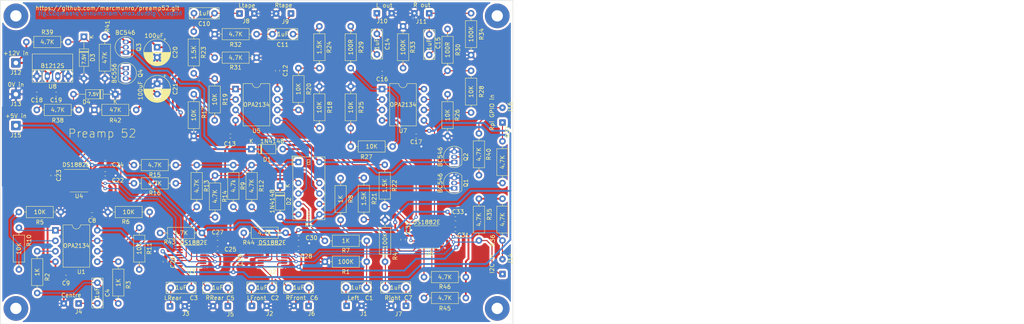
<source format=kicad_pcb>
(kicad_pcb (version 20211014) (generator pcbnew)
  (layers (0 "F.Cu" signal) (31 "B.Cu" signal) (34 "B.Paste" user) (35 "F.Paste" user) (36 "B.SilkS" user "B.Silkscreen") (37 "F.SilkS" user "F.Silkscreen") (38 "B.Mask" user) (39 "F.Mask" user) (44 "Edge.Cuts" user))
  (net 0 "")
  (net 1 "Net-(C1-Pad1)")
  (net 2 "Net-(C1-Pad2)")
  (net 3 "Net-(C2-Pad1)")
  (net 4 "Net-(C2-Pad2)")
  (net 5 "Net-(C3-Pad1)")
  (net 6 "Net-(C3-Pad2)")
  (net 7 "Net-(C4-Pad1)")
  (net 8 "Net-(C4-Pad2)")
  (net 9 "Net-(C5-Pad1)")
  (net 10 "Net-(C5-Pad2)")
  (net 11 "Net-(C6-Pad1)")
  (net 12 "Net-(C6-Pad2)")
  (net 13 "Net-(C7-Pad1)")
  (net 14 "Net-(C7-Pad2)")
  (net 15 "/PSU and control/+7V")
  (net 16 "GND")
  (net 17 "/PSU and control/-7V")
  (net 18 "Net-(C10-Pad1)")
  (net 19 "Net-(C10-Pad2)")
  (net 20 "Net-(C11-Pad1)")
  (net 21 "Net-(C11-Pad2)")
  (net 22 "Net-(C14-Pad1)")
  (net 23 "Net-(C14-Pad2)")
  (net 24 "Net-(C15-Pad1)")
  (net 25 "Net-(C15-Pad2)")
  (net 26 "Net-(D1-Pad2)")
  (net 27 "Net-(D2-Pad2)")
  (net 28 "Net-(D3-Pad1)")
  (net 29 "Net-(D4-Pad2)")
  (net 30 "Net-(J16-Pad1)")
  (net 31 "Net-(J16-Pad2)")
  (net 32 "Net-(K1-Pad10)")
  (net 33 "Net-(K1-Pad9)")
  (net 34 "Net-(K1-Pad8)")
  (net 35 "Net-(K1-Pad5)")
  (net 36 "Net-(K1-Pad4)")
  (net 37 "Net-(K1-Pad3)")
  (net 38 "Net-(Q1-Pad2)")
  (net 39 "Net-(Q2-Pad2)")
  (net 40 "Net-(R2-Pad2)")
  (net 41 "Net-(R3-Pad2)")
  (net 42 "Net-(R10-Pad1)")
  (net 43 "Net-(R11-Pad1)")
  (net 44 "Net-(R9-Pad2)")
  (net 45 "Net-(R10-Pad2)")
  (net 46 "Net-(R11-Pad2)")
  (net 47 "Net-(R12-Pad2)")
  (net 48 "Net-(R17-Pad2)")
  (net 49 "Net-(R18-Pad1)")
  (net 50 "Net-(R19-Pad2)")
  (net 51 "Net-(R20-Pad2)")
  (net 52 "Net-(R21-Pad1)")
  (net 53 "Net-(R22-Pad2)")
  (net 54 "Net-(R25-Pad1)")
  (net 55 "Net-(R26-Pad1)")
  (net 56 "Net-(R27-Pad2)")
  (net 57 "Net-(R28-Pad2)")
  (net 58 "Net-(R43-Pad2)")
  (net 59 "Net-(R44-Pad2)")
  (net 60 "Net-(R45-Pad1)")
  (net 61 "Net-(R46-Pad2)")
  (net 62 "Net-(U6-Pad6)")
  (net 63 "Net-(U6-Pad11)")
  (net 64 "Net-(R13-Pad2)")
  (net 65 "Net-(R14-Pad2)")
  (net 66 "Net-(R15-Pad2)")
  (net 67 "Net-(R16-Pad2)")
  (net 68 "/PSU and control/SDA")
  (net 69 "/PSU and control/SCL")
  (net 70 "/PSU and control/+5V")
  (net 71 "/PSU and control/+12V")
  (net 72 "/PSU and control/-12V")
  (footprint "my_extras:R_Axial_DIN0207_L6.3mm_D2.5mm_P10.16mm_Horizontal" (layer "F.Cu") (at 92.71 91.44 -90)
    (fp_text reference "R23")
    (fp_text value "1.5K")
  )
  (footprint "Connector_Wire:SolderWire-0.1sqmm_1x02_P3.6mm_D0.4mm_OD1mm" (layer "F.Cu") (at 120.5775 158.155 180)
    (fp_text reference "J6")
    (fp_text value "RFront")
  )
  (footprint "Connector_Wire:SolderWire-0.5sqmm_1x01_D0.9mm_OD2.3mm" (layer "F.Cu") (at 49.53 99.06 180)
    (fp_text reference "J12")
    (fp_text value "+12V in")
  )
  (footprint "my_extras:R_Axial_DIN0207_L6.3mm_D2.5mm_P10.16mm_Horizontal" (layer "F.Cu") (at 118.11 110.49 90)
    (fp_text reference "R20")
    (fp_text value "10K")
  )
  (footprint "my_extras:R_Axial_DIN0207_L6.3mm_D2.5mm_P10.16mm_Horizontal" (layer "F.Cu") (at 97.79 92.075)
    (fp_text reference "R32")
    (fp_text value "4.7K")
  )
  (footprint "my_extras:R_Axial_DIN0207_L6.3mm_D2.5mm_P10.16mm_Horizontal" (layer "F.Cu") (at 102.3075 123.8975 -90)
    (fp_text reference "R9")
    (fp_text value "4.7k")
  )
  (footprint "my_extras:pihole" (layer "F.Cu") (at 49.53 158.75)
    (fp_text reference "REF**" hide)
    (fp_text value "pihole" hide)
  )
  (footprint "my_extras:R_Axial_DIN0207_L6.3mm_D2.5mm_P10.16mm_Horizontal" (layer "F.Cu") (at 167.64 118.11 -90)
    (fp_text reference "R37")
    (fp_text value "4.7K")
  )
  (footprint "Capacitor_SMD:C_0603_1608Metric_Pad1.08x0.95mm_HandSolder" (layer "F.Cu") (at 138.43 101.6 180)
    (fp_text reference "C16")
    (fp_text value "0.1uF")
  )
  (footprint "my_extras:R_Axial_DIN0207_L6.3mm_D2.5mm_P10.16mm_Horizontal" (layer "F.Cu") (at 115.0075 140.375 180)
    (fp_text reference "R44")
    (fp_text value "4.7K")
  )
  (footprint "my_extras:R_Axial_DIN0207_L6.3mm_D2.5mm_P10.16mm_Horizontal" (layer "F.Cu") (at 133.985 137.16 90)
    (fp_text reference "R21")
    (fp_text value "1.5K")
  )
  (footprint "my_extras:pihole" (layer "F.Cu") (at 166.37 158.75)
    (fp_text reference "REF**" hide)
    (fp_text value "pihole" hide)
  )
  (footprint "Capacitor_THT:C_Disc_D7.0mm_W2.5mm_P5.00mm" (layer "F.Cu") (at 137.16 96.988 90)
    (fp_text reference "C14")
    (fp_text value "1uF")
  )
  (footprint "my_extras:R_Axial_DIN0207_L6.3mm_D2.5mm_P10.16mm_Horizontal" (layer "F.Cu") (at 128.3425 137.2325 90)
    (fp_text reference "R8")
    (fp_text value "1K")
  )
  (footprint "my_extras:R_Axial_DIN0207_L6.3mm_D2.5mm_P10.16mm_Horizontal" (layer "F.Cu") (at 139.1375 147.3925 90)
    (fp_text reference "R4")
    (fp_text value "100K")
  )
  (footprint "Capacitor_THT:CP_Radial_D6.3mm_P2.50mm" (layer "F.Cu") (at 83.82 104.14 -90)
    (fp_text reference "C21")
    (fp_text value "100uF")
  )
  (footprint "Package_SO:TSSOP-16_4.4x5mm_P0.65mm" (layer "F.Cu") (at 111.7925 146.09)
    (fp_text reference "U2")
    (fp_text value "DS1882E")
  )
  (footprint "Package_TO_SOT_THT:TO-92_Inline" (layer "F.Cu") (at 155.935 129.54 90)
    (fp_text reference "Q1")
    (fp_text value "BC546")
  )
  (footprint "Capacitor_SMD:C_0603_1608Metric_Pad1.08x0.95mm_HandSolder" (layer "F.Cu") (at 54.61 106.68 180)
    (fp_text reference "C18")
    (fp_text value "0.1uF")
  )
  (footprint "Package_DIP:DIP-8_W10.16mm" (layer "F.Cu") (at 59.1275 139.7725)
    (fp_text reference "U1")
    (fp_text value "OPA2134")
  )
  (footprint "my_extras:R_Axial_DIN0207_L6.3mm_D2.5mm_P10.16mm_Horizontal" (layer "F.Cu") (at 130.81 100.33 90)
    (fp_text reference "R29")
    (fp_text value "100R")
  )
  (footprint "Connector_Wire:SolderWire-0.1sqmm_1x02_P3.6mm_D0.4mm_OD1mm" (layer "F.Cu") (at 167.64 113.56 90)
    (fp_text reference "J16")
    (fp_text value "Rpi GPIO in")
  )
  (footprint "my_extras:R_Axial_DIN0207_L6.3mm_D2.5mm_P10.16mm_Horizontal" (layer "F.Cu") (at 154.305 100.965 90)
    (fp_text reference "R30")
    (fp_text value "100R")
  )
  (footprint "Capacitor_SMD:C_0603_1608Metric_Pad1.08x0.95mm_HandSolder" (layer "F.Cu") (at 61.6875 151.1925 180)
    (fp_text reference "C9")
    (fp_text value "0.1uF")
  )
  (footprint "Capacitor_THT:C_Disc_D7.0mm_W2.5mm_P5.00mm" (layer "F.Cu") (at 120.6425 153.71 180)
    (fp_text reference "C6")
    (fp_text value "1uF")
  )
  (footprint "Capacitor_SMD:C_0603_1608Metric_Pad1.08x0.95mm_HandSolder" (layer "F.Cu") (at 156.21 139.4935)
    (fp_text reference "C31")
    (fp_text value "0.1uF")
  )
  (footprint "Capacitor_SMD:C_0603_1608Metric_Pad1.08x0.95mm_HandSolder" (layer "F.Cu") (at 58.5125 126.4275 -90)
    (fp_text reference "C23")
    (fp_text value "0.1uF")
  )
  (footprint "my_extras:R_Axial_DIN0207_L6.3mm_D2.5mm_P10.16mm_Horizontal" (layer "F.Cu") (at 52.07 93.98)
    (fp_text reference "R39")
    (fp_text value "4.7K")
  )
  (footprint "Capacitor_SMD:C_0603_1608Metric_Pad1.08x0.95mm_HandSolder" (layer "F.Cu") (at 98.4975 144.2175)
    (fp_text reference "C25")
    (fp_text value "0.1uF")
  )
  (footprint "Connector_Wire:SolderWire-0.1sqmm_1x02_P3.6mm_D0.4mm_OD1mm" (layer "F.Cu") (at 106.8175 158.155)
    (fp_text reference "J2")
    (fp_text value "LFront")
  )
  (footprint "Connector_Wire:SolderWire-0.1sqmm_1x02_P3.6mm_D0.4mm_OD1mm" (layer "F.Cu") (at 103.8075 87.0575)
    (fp_text reference "J8")
    (fp_text value "Ltape")
  )
  (footprint "my_extras:R_Axial_DIN0207_L6.3mm_D2.5mm_P10.16mm_Horizontal" (layer "F.Cu") (at 143.51 90.17 -90)
    (fp_text reference "R33")
    (fp_text value "100K")
  )
  (footprint "my_extras:R_Axial_DIN0207_L6.3mm_D2.5mm_P10.16mm_Horizontal" (layer "F.Cu") (at 88.3375 128.3425 180)
    (fp_text reference "R16")
    (fp_text value "4.7K")
  )
  (footprint "Capacitor_SMD:C_0603_1608Metric_Pad1.08x0.95mm_HandSolder" (layer "F.Cu") (at 113.03 100.965 90)
    (fp_text reference "C12")
    (fp_text value "0.1uF")
  )
  (footprint "Connector_Wire:SolderWire-0.1sqmm_1x02_P3.6mm_D0.4mm_OD1mm" (layer "F.Cu") (at 129.8225 158.115)
    (fp_text reference "J1")
    (fp_text value "Left")
  )
  (footprint "Relay_THT:Relay_DPDT_Kemet_EC2_DoubleCoil" (layer "F.Cu") (at 118.11 123.19)
    (fp_text reference "K1")
    (fp_text value "G6SK-2 DC12")
  )
  (footprint "my_extras:R_Axial_DIN0207_L6.3mm_D2.5mm_P10.16mm_Horizontal" (layer "F.Cu") (at 106.7525 123.8975 -90)
    (fp_text reference "R12")
    (fp_text value "4.7K")
  )
  (footprint "Connector_Wire:SolderWire-0.5sqmm_1x01_D0.9mm_OD2.3mm" (layer "F.Cu") (at 49.53 114.3 180)
    (fp_text reference "J15")
    (fp_text value "+5V in")
  )
  (footprint "Capacitor_SMD:C_0603_1608Metric_Pad1.08x0.95mm_HandSolder" (layer "F.Cu") (at 98.4975 141.6775)
    (fp_text reference "C27")
    (fp_text value "0.1uF")
  )
  (footprint "Capacitor_SMD:C_0603_1608Metric_Pad1.08x0.95mm_HandSolder" (layer "F.Cu") (at 68.0175 135.9625 180)
    (fp_text reference "C8")
    (fp_text value "0.1uF")
  )
  (footprint "Capacitor_THT:C_Disc_D7.0mm_W2.5mm_P5.00mm" (layer "F.Cu") (at 116.8 92.075 180)
    (fp_text reference "C11")
    (fp_text value "1uF")
  )
  (footprint "my_extras:R_Axial_DIN0207_L6.3mm_D2.5mm_P10.16mm_Horizontal" (layer "F.Cu") (at 123.19 90.17 -90)
    (fp_text reference "R24")
    (fp_text value "1.5K")
  )
  (footprint "Capacitor_THT:C_Disc_D7.0mm_W2.5mm_P5.00mm" (layer "F.Cu") (at 87.1075 153.7425)
    (fp_text reference "C3")
    (fp_text value "1uF")
  )
  (footprint "Package_TO_SOT_THT:TO-92_Inline" (layer "F.Cu") (at 76.2 100.33 -90)
    (fp_text reference "Q4")
    (fp_text value "BC556")
  )
  (footprint "Connector_Wire:SolderWire-0.1sqmm_1x02_P3.6mm_D0.4mm_OD1mm" (layer "F.Cu") (at 167.64 150.39 90)
    (fp_text reference "J14")
    (fp_text value "I2C In")
  )
  (footprint "my_extras:pihole" (layer "F.Cu") (at 49.53 87.63)
    (fp_text reference "REF**" hide)
    (fp_text value "pihole" hide)
  )
  (footprint "Capacitor_SMD:C_0603_1608Metric_Pad1.08x0.95mm_HandSolder" (layer "F.Cu") (at 146.685 116.84 180)
    (fp_text reference "C17")
    (fp_text value "0.1uF")
  )
  (footprint "Capacitor_SMD:C_0603_1608Metric_Pad1.08x0.95mm_HandSolder" (layer "F.Cu") (at 156.21 136.9535)
    (fp_text reference "C33")
    (fp_text value "0.1uF")
  )
  (footprint "Diode_THT:D_DO-35_SOD27_P7.62mm_Horizontal" (layer "F.Cu") (at 106.68 120.015)
    (fp_text reference "D1")
    (fp_text value "1N4148")
  )
  (footprint "my_extras:R_Axial_DIN0207_L6.3mm_D2.5mm_P10.16mm_Horizontal" (layer "F.Cu") (at 130.81 114.935 90)
    (fp_text reference "R25")
    (fp_text value "10K")
  )
  (footprint "Capacitor_SMD:C_0603_1608Metric_Pad1.08x0.95mm_HandSolder" (layer "F.Cu") (at 71.2125 123.2525)
    (fp_text reference "C24")
    (fp_text value "0.1uF")
  )
  (footprint "Capacitor_THT:C_Disc_D7.0mm_W2.5mm_P5.00mm" (layer "F.Cu") (at 106.7125 153.71)
    (fp_text reference "C2")
    (fp_text value "1uF")
  )
  (footprint "Package_TO_SOT_THT:TO-92_Inline" (layer "F.Cu") (at 76.2 96.52 90)
    (fp_text reference "Q3")
    (fp_text value "BC546")
  )
  (footprint "my_extras:R_Axial_DIN0207_L6.3mm_D2.5mm_P10.16mm_Horizontal" (layer "F.Cu") (at 68.58 110.49)
    (fp_text reference "R42")
    (fp_text value "47K")
  )
  (footprint "my_extras:R_Axial_DIN0207_L6.3mm_D2.5mm_P10.16mm_Horizontal" (layer "F.Cu") (at 160.02 97.155 90)
    (fp_text reference "R34")
    (fp_text value "100K")
  )
  (footprint "Capacitor_THT:C_Disc_D7.0mm_W2.5mm_P5.00mm" (layer "F.Cu") (at 92.75 86.995)
    (fp_text reference "C10")
    (fp_text value "1uF")
  )
  (footprint "Connector_Wire:SolderWire-0.5sqmm_1x01_D0.9mm_OD2.3mm" (layer "F.Cu") (at 49.53 106.68 180)
    (fp_text reference "J13")
    (fp_text value "0V in")
  )
  (footprint "Connector_Wire:SolderWire-0.1sqmm_1x02_P3.6mm_D0.4mm_OD1mm" (layer "F.Cu") (at 137.138 86.995)
    (fp_text reference "J10")
    (fp_text value "L out")
  )
  (footprint "my_extras:R_Axial_DIN0207_L6.3mm_D2.5mm_P10.16mm_Horizontal" (layer "F.Cu") (at 94.6875 140.4075 180)
    (fp_text reference "R43")
    (fp_text value "4.7K")
  )
  (footprint "Capacitor_THT:C_Disc_D7.0mm_W2.5mm_P5.00mm" (layer "F.Cu") (at 144.2175 153.67 180)
    (fp_text reference "C7")
    (fp_text value "1uF")
  )
  (footprint "Connector_Wire:SolderWire-0.1sqmm_1x02_P3.6mm_D0.4mm_OD1mm" (layer "F.Cu") (at 86.9375 158.2275)
    (fp_text reference "J3")
    (fp_text value "LRear")
  )
  (footprint "Package_DIP:DIP-8_W10.16mm" (layer "F.Cu") (at 138.41 105.42)
    (fp_text reference "U7")
    (fp_text value "OPA2134")
  )
  (footprint "my_extras:R_Axial_DIN0207_L6.3mm_D2.5mm_P10.16mm_Horizontal" (layer "F.Cu") (at 134.6925 142.3125 180)
    (fp_text reference "R7")
    (fp_text value "1K")
  )
  (footprint "Capacitor_SMD:C_0603_1608Metric_Pad1.08x0.95mm_HandSolder" (layer "F.Cu") (at 101.6 116.84)
    (fp_text reference "C13")
    (fp_text value "0.1uF")
  )
  (footprint "my_extras:R_Axial_DIN0207_L6.3mm_D2.5mm_P10.16mm_Horizontal" (layer "F.Cu") (at 79.4675 149.2875 90)
    (fp_text reference "R11")
    (fp_text value "10K")
  )
  (footprint "Capacitor_THT:C_Disc_D7.0mm_W2.5mm_P5.00mm" (layer "F.Cu") (at 149.86 97.115 90)
    (fp_text reference "C15")
    (fp_text value "1uF")
  )
  (footprint "Capacitor_SMD:C_0603_1608Metric_Pad1.08x0.95mm_HandSolder" (layer "F.Cu") (at 118.1425 141.645)
    (fp_text reference "C30")
    (fp_text value "0.1uF")
  )
  (footprint "my_extras:R_Axial_DIN0207_L6.3mm_D2.5mm_P10.16mm_Horizontal" (layer "F.Cu") (at 161.925 116.205 -90)
    (fp_text reference "R40")
    (fp_text value "4.7K")
  )
  (footprint "Capacitor_SMD:C_0603_1608Metric_Pad1.08x0.95mm_HandSolder" (layer "F.Cu") (at 85.7975 147.3925 90)
    (fp_text reference "C26")
    (fp_text value "0.1uF")
  )
  (footprint "Capacitor_THT:CP_Radial_D6.3mm_P2.50mm" (layer "F.Cu") (at 83.82 95.25 -90)
    (fp_text reference "C20")
    (fp_text value "100uF")
  )
  (footprint "Connector_Wire:SolderWire-0.1sqmm_1x02_P3.6mm_D0.4mm_OD1mm" (layer "F.Cu") (at 144.2175 158.115 180)
    (fp_text reference "J7")
    (fp_text value "Right")
  )
  (footprint "Capacitor_THT:C_Disc_D7.0mm_W2.5mm_P5.00mm" (layer "F.Cu") (at 69.3075 157.5025 90)
    (fp_text reference "C4")
    (fp_text value "1uF")
  )
  (footprint "my_extras:R_Axial_DIN0207_L6.3mm_D2.5mm_P10.16mm_Horizontal" (layer "F.Cu") (at 124.5325 147.3925)
    (fp_text reference "R1")
    (fp_text value "100K")
  )
  (footprint "Diode_THT:D_DO-35_SOD27_P10.16mm_Horizontal" (layer "F.Cu") (at 66.04 92.71 -90)
    (fp_text reference "D3")
    (fp_text value "7.5V")
  )
  (footprint "Capacitor_SMD:C_0603_1608Metric_Pad1.08x0.95mm_HandSolder" (layer "F.Cu") (at 59.2825 106.68 180)
    (fp_text reference "C19")
    (fp_text value "0.1uF")
  )
  (footprint "Capacitor_SMD:C_0603_1608Metric_Pad1.08x0.95mm_HandSolder" (layer "F.Cu") (at 118.1425 144.185)
    (fp_text reference "C28")
    (fp_text value "0.1uF")
  )
  (footprint "my_extras:R_Axial_DIN0207_L6.3mm_D2.5mm_P10.16mm_Horizontal" (layer "F.Cu") (at 71.12 92.71 -90)
    (fp_text reference "R41")
    (fp_text value "47K")
  )
  (footprint "my_extras:R_Axial_DIN0207_L6.3mm_D2.5mm_P10.16mm_Horizontal" (layer "F.Cu") (at 81.9875 135.3175 180)
    (fp_text reference "R6")
    (fp_text value "10K")
  )
  (footprint "my_extras:R_Axial_DIN0207_L6.3mm_D2.5mm_P10.16mm_Horizontal" (layer "F.Cu") (at 158.75 151.13 180)
    (fp_text reference "R46")
    (fp_text value "4.7K")
  )
  (footprint "Diode_THT:D_DO-35_SOD27_P7.62mm_Horizontal" (layer "F.Cu") (at 113.665 128.905 -90)
    (fp_text reference "D2")
    (fp_text value "1N4148")
  )
  (footprint "Connector_Wire:SolderWire-0.1sqmm_1x02_P3.6mm_D0.4mm_OD1mm" (layer "F.Cu") (at 100.9725 158.1875 180)
    (fp_text reference "J5")
    (fp_text value "RRear")
  )
  (footprint "my_extras:B212S" (layer "F.Cu") (at 58.4275 102.28)
    (fp_text reference "U8")
    (fp_text value "B1212S")
  )
  (footprint "my_extras:R_Axial_DIN0207_L6.3mm_D2.5mm_P10.16mm_Horizontal" (layer "F.Cu") (at 92.71 116.84 90)
    (fp_text reference "R17")
    (fp_text value "10K")
  )
  (footprint "Connector_Wire:SolderWire-0.1sqmm_1x02_P3.6mm_D0.4mm_OD1mm" (layer "F.Cu") (at 149.86 86.995 180)
    (fp_text reference "J11")
    (fp_text value "R out")
  )
  (footprint "my_extras:R_Axial_DIN0207_L6.3mm_D2.5mm_P10.16mm_Horizontal" (layer "F.Cu") (at 50.2575 149.2875 90)
    (fp_text reference "R10")
    (fp_text value "10K")
  )
  (footprint "Package_SO:TSSOP-16_4.4x5mm_P0.65mm" (layer "F.Cu") (at 92.1475 146.1225)
    (fp_text reference "U3")
    (fp_text value "DS1882E")
  )
  (footprint "Package_DIP:DIP-8_W10.16mm" (layer "F.Cu") (at 102.85 105.42)
    (fp_text reference "U5")
    (fp_text value "OPA2134")
  )
  (footprint "my_extras:R_Axial_DIN0207_L6.3mm_D2.5mm_P10.16mm_Horizontal" (layer "F.Cu") (at 54.7025 155.0025 90)
    (fp_text reference "R2")
    (fp_text value "1K")
  )
  (footprint "my_extras:R_Axial_DIN0207_L6.3mm_D2.5mm_P10.16mm_Horizontal" (layer "F.Cu") (at 97.79 113.03 90)
    (fp_text reference "R19")
    (fp_text value "10K")
  )
  (footprint "Diode_THT:D_DO-35_SOD27_P10.16mm_Horizontal" (layer "F.Cu") (at 73.66 106.68 180)
    (fp_text reference "D4")
    (fp_text value "7.5V")
  )
  (footprint "Capacitor_THT:C_Disc_D7.0mm_W2.5mm_P5.00mm" (layer "F.Cu") (at 100.9975 153.7425 180)
    (fp_text reference "C5")
    (fp_text value "1uF")
  )
  (footprint "my_extras:R_Axial_DIN0207_L6.3mm_D2.5mm_P10.16mm_Horizontal" (layer "F.Cu") (at 97.8625 126.4375 -90)
    (fp_text reference "R14")
    (fp_text value "4.7K")
  )
  (footprint "my_extras:R_Axial_DIN0207_L6.3mm_D2.5mm_P10.16mm_Horizontal" (layer "F.Cu") (at 50.2575 135.3175)
    (fp_text reference "R5")
    (fp_text value "10K")
  )
  (footprint "my_extras:R_Axial_DIN0207_L6.3mm_D2.5mm_P10.16mm_Horizontal" (layer "F.Cu") (at 161.925 142.24 90)
    (fp_text reference "R35")
    (fp_text value "4.7K")
  )
  (footprint "Capacitor_SMD:C_0603_1608Metric_Pad1.08x0.95mm_HandSolder" (layer "F.Cu") (at 105.4425 146.9525 90)
    (fp_text reference "C29")
    (fp_text value "0.1uF")
  )
  (footprint "my_extras:R_Axial_DIN0207_L6.3mm_D2.5mm_P10.16mm_Horizontal" (layer "F.Cu") (at 148.59 156.21)
    (fp_text reference "R45")
    (fp_text value "4.7K")
  )
  (footprint "my_extras:R_Axial_DIN0207_L6.3mm_D2.5mm_P10.16mm_Horizontal" (layer "F.Cu") (at 88.3375 123.8975 180)
    (fp_text reference "R15")
    (fp_text value "4.7K")
  )
  (footprint "my_extras:R_Axial_DIN0207_L6.3mm_D2.5mm_P10.16mm_Horizontal" (layer "F.Cu") (at 160.02 111.125 90)
    (fp_text reference "R28")
    (fp_text value "10K")
  )
  (footprint "my_extras:R_Axial_DIN0207_L6.3mm_D2.5mm_P10.16mm_Horizontal" (layer "F.Cu") (at 54.61 110.49)
    (fp_text reference "R38")
    (fp_text value "4.7K")
  )
  (footprint "Package_SO:TSSOP-16_4.4x5mm_P0.65mm" (layer "F.Cu") (at 64.8625 127.6975)
    (fp_text reference "U4")
    (fp_text value "DS1882E")
  )
  (footprint "my_extras:R_Axial_DIN0207_L6.3mm_D2.5mm_P10.16mm_Horizontal" (layer "F.Cu") (at 93.4175 123.8975 -90)
    (fp_text reference "R13")
    (fp_text value "4.7K")
  )
  (footprint "my_extras:R_Axial_DIN0207_L6.3mm_D2.5mm_P10.16mm_Horizontal" (layer "F.Cu") (at 154.305 106.68 -90)
    (fp_text reference "R26")
    (fp_text value "10K")
  )
  (footprint "Connector_Wire:SolderWire-0.1sqmm_1x02_P3.6mm_D0.4mm_OD1mm" (layer "F.Cu") (at 64.7575 157.5425 180)
    (fp_text reference "J4")
    (fp_text value "Centre")
  )
  (footprint "my_extras:R_Axial_DIN0207_L6.3mm_D2.5mm_P10.16mm_Horizontal" (layer "F.Cu") (at 130.81 119.38)
    (fp_text reference "R27")
    (fp_text value "10K")
  )
  (footprint "Capacitor_THT:C_Disc_D7.0mm_W2.5mm_P5.00mm" (layer "F.Cu") (at 129.6525 153.67)
    (fp_text reference "C1")
    (fp_text value "1uF")
  )
  (footprint "my_extras:pihole" (layer "F.Cu") (at 166.37 87.63)
    (fp_text reference "REF**" hide)
    (fp_text value "pihole" hide)
  )
  (footprint "my_extras:R_Axial_DIN0207_L6.3mm_D2.5mm_P10.16mm_Horizontal" (layer "F.Cu") (at 123.19 114.935 90)
    (fp_text reference "R18")
    (fp_text value "10K")
  )
  (footprint "Capacitor_SMD:C_0603_1608Metric_Pad1.08x0.95mm_HandSolder" (layer "F.Cu") (at 71.2125 126.02)
    (fp_text reference "C22")
    (fp_text value "0.1uF")
  )
  (footprint "Capacitor_SMD:C_0603_1608Metric_Pad1.08x0.95mm_HandSolder" (layer "F.Cu") (at 143.51 142.0335 90)
    (fp_text reference "C32")
    (fp_text value "0.1uF")
  )
  (footprint "Package_SO:TSSOP-16_4.4x5mm_P0.65mm" (layer "F.Cu") (at 149.86 141.3985)
    (fp_text reference "U6")
    (fp_text value "DS1882E")
  )
  (footprint "my_extras:R_Axial_DIN0207_L6.3mm_D2.5mm_P10.16mm_Horizontal" (layer "F.Cu") (at 107.95 97.79 180)
    (fp_text reference "R31")
    (fp_text value "4.7K")
  )
  (footprint "Package_TO_SOT_THT:TO-92_Inline" (layer "F.Cu") (at 155.935 123.19 90)
    (fp_text reference "Q2")
    (fp_text value "BC546")
  )
  (footprint "Connector_Wire:SolderWire-0.1sqmm_1x02_P3.6mm_D0.4mm_OD1mm" (layer "F.Cu") (at 116.2975 87.0575 180)
    (fp_text reference "J9")
    (fp_text value "Rtape")
  )
  (footprint "my_extras:R_Axial_DIN0207_L6.3mm_D2.5mm_P10.16mm_Horizontal" (layer "F.Cu") (at 74.3875 157.5425 90)
    (fp_text reference "R3")
    (fp_text value "1K")
  )
  (footprint "my_extras:R_Axial_DIN0207_L6.3mm_D2.5mm_P10.16mm_Horizontal" (layer "F.Cu") (at 167.64 142.24 90)
    (fp_text reference "R36")
    (fp_text value "4.7K")
  )
  (footprint "my_extras:R_Axial_DIN0207_L6.3mm_D2.5mm_P10.16mm_Horizontal" (layer "F.Cu") (at 139.065 123.825 -90)
    (fp_text reference "R22")
    (fp_text value "1.5K")
  )
  (gr_rect (start 45.72 83.82) (end 170.18 162.56) (layer "Edge.Cuts") (width 0.1) (fill none))
  (gr_rect (start 165.1 162.56) (end 165.1 162.56) (layer "Edge.Cuts") (width 0.1) (fill none))
  (gr_text "https://github.com/marcmunro/preamp52.git" (at 72.39 86.995) (layer "B.Cu") (effects (font (size 1 1) (thickness 0.2)) (justify mirror)))
  (gr_text "https://github.com/marcmunro/preamp52.git" (at 71.755 85.725) (layer "F.SilkS") (effects (font (size 1 1))))
  (gr_text "Preamp 52" (at 70.485 116.205) (layer "F.SilkS") (effects (font (size 2 2))))
  (segment (start 129.6525 153.67) (end 129.6525 157.945) (width 0.25) (layer "F.Cu") (net 1))
  (segment (start 129.6525 157.945) (end 129.8225 158.115) (width 0.25) (layer "F.Cu") (net 1))
  (segment (start 134.6925 147.3925) (end 134.6925 142.3125) (width 0.25) (layer "F.Cu") (net 2))
  (segment (start 134.6525 147.4325) (end 134.6925 147.3925) (width 0.25) (layer "F.Cu") (net 2))
  (segment (start 134.6525 153.1075) (end 134.6525 147.4325) (width 0.25) (layer "F.Cu") (net 2))
  (segment (start 106.7125 153.71) (end 106.7125 158.05) (width 0.25) (layer "F.Cu") (net 3))
  (segment (start 106.7125 158.05) (end 106.8175 158.155) (width 0.25) (layer "F.Cu") (net 3))
  (segment (start 109.2525 148.63) (end 109.195 148.63) (width 0.25) (layer "F.Cu") (net 4))
  (segment (start 109.195 148.63) (end 108.93 148.365) (width 0.25) (layer "F.Cu") (net 4))
  (segment (start 111.7125 153.71) (end 111.7125 151.09) (width 0.25) (layer "F.Cu") (net 4))
  (segment (start 111.7125 151.09) (end 109.2525 148.63) (width 0.25) (layer "F.Cu") (net 4))
  (segment (start 87.1075 153.7425) (end 87.1075 158.0575) (width 0.25) (layer "F.Cu") (net 5))
  (segment (start 87.1075 158.0575) (end 86.9375 158.2275) (width 0.25) (layer "F.Cu") (net 5))
  (segment (start 92.1075 151.22) (end 92.1075 153.7425) (width 0.25) (layer "F.Cu") (net 6))
  (segment (start 89.285 148.3975) (end 92.1075 151.22) (width 0.25) (layer "F.Cu") (net 6))
  (segment (start 64.7975 157.5025) (end 69.3075 157.5025) (width 0.25) (layer "F.Cu") (net 7))
  (segment (start 64.7575 157.5425) (end 64.7975 157.5025) (width 0.25) (layer "F.Cu") (net 7))
  (segment (start 69.3475 152.5025) (end 69.3075 152.5025) (width 0.25) (layer "F.Cu") (net 8))
  (segment (start 74.3875 157.5425) (end 69.3475 152.5025) (width 0.25) (layer "F.Cu") (net 8))
  (segment (start 66.0925 152.5025) (end 63.5925 155.0025) (width 0.25) (layer "B.Cu") (net 8))
  (segment (start 69.3075 152.5025) (end 66.0925 152.5025) (width 0.25) (layer "B.Cu") (net 8))
  (segment (start 63.5925 155.0025) (end 54.7025 155.0025) (width 0.25) (layer "B.Cu") (net 8))
  (segment (start 100.9975 153.7425) (end 100.9975 158.1625) (width 0.25) (layer "F.Cu") (net 9))
  (segment (start 100.9975 158.1625) (end 100.9725 158.1875) (width 0.25) (layer "F.Cu") (net 9))
  (segment (start 95.01 147.7475) (end 93.7725 147.7475) (width 0.25) (layer "F.Cu") (net 10))
  (segment (start 93.7725 147.7475) (end 93.4175 148.1025) (width 0.25) (layer "F.Cu") (net 10))
  (segment (start 93.4175 148.1025) (end 93.4175 151.1625) (width 0.25) (layer "F.Cu") (net 10))
  (segment (start 93.4175 151.1625) (end 95.9975 153.7425) (width 0.25) (layer "F.Cu") (net 10))
  (segment (start 120.6425 158.09) (end 120.5775 158.155) (width 0.25) (layer "F.Cu") (net 11))
  (segment (start 120.6425 153.71) (end 120.6425 158.09) (width 0.25) (layer "F.Cu") (net 11))
  (segment (start 113.0625 151.17) (end 113.1025 151.17) (width 0.25) (layer "F.Cu") (net 12))
  (segment (start 113.1025 151.17) (end 115.6425 153.71) (width 0.25) (layer "F.Cu") (net 12))
  (segment (start 113.3425 147.715) (end 113.0625 147.995) (width 0.25) (layer "F.Cu") (net 12))
  (segment (start 114.655 147.715) (end 113.3425 147.715) (width 0.25) (layer "F.Cu") (net 12))
  (segment (start 113.0625 147.995) (end 113.0625 151.17) (width 0.25) (layer "F.Cu") (net 12))
  (segment (start 144.2175 153.67) (end 144.2175 158.115) (width 0.25) (layer "F.Cu") (net 13))
  (segment (start 128.3425 137.2325) (end 128.3425 138.5025) (width 0.25) (layer "F.Cu") (net 14))
  (segment (start 128.3425 138.5025) (end 130.175 140.335) (width 0.25) (layer "F.Cu") (net 14))
  (segment (start 139.2175 153.1075) (end 139.2175 147.4725) (width 0.25) (layer "F.Cu") (net 14))
  (segment (start 135.89 140.335) (end 139.1375 143.5825) (width 0.25) (layer "F.Cu") (net 14))
  (segment (start 139.1375 143.5825) (end 139.1375 147.3925) (width 0.25) (layer "F.Cu") (net 14))
  (segment (start 139.2175 147.4725) (end 139.1375 147.3925) (width 0.25) (layer "F.Cu") (net 14))
  (segment (start 130.175 140.335) (end 135.89 140.335) (width 0.25) (layer "F.Cu") (net 14))
  (segment (start 157.032109 143.2575) (end 156.397109 143.8925) (width 0.45) (layer "F.Cu") (net 15))
  (segment (start 74.93 92.71) (end 76.2 93.98) (width 0.45) (layer "F.Cu") (net 15))
  (segment (start 73.7325 128.9775) (end 73.7325 135.9625) (width 0.45) (layer "F.Cu") (net 15))
  (segment (start 87.63 102.87) (end 87.63 111.125) (width 0.45) (layer "F.Cu") (net 15))
  (segment (start 97.635 144.625) (end 99.1325 146.1225) (width 0.45) (layer "F.Cu") (net 15))
  (segment (start 85.09 113.665) (end 85.09 126.365) (width 0.45) (layer "F.Cu") (net 15))
  (segment (start 82.55 93.98) (end 83.82 95.25) (width 0.45) (layer "F.Cu") (net 15))
  (segment (start 69.2875 136.37) (end 69.2875 139.7725) (width 0.45) (layer "F.Cu") (net 15))
  (segment (start 98.4975 148.6625) (end 99.1325 148.0275) (width 0.45) (layer "F.Cu") (net 15))
  (segment (start 89.535 95.25) (end 83.82 95.25) (width 0.45) (layer "F.Cu") (net 15))
  (segment (start 113.03 101.8275) (end 102.4625 101.8275) (width 0.45) (layer "F.Cu") (net 15))
  (segment (start 72.4625 127.7075) (end 73.7325 128.9775) (width 0.45) (layer "F.Cu") (net 15))
  (segment (start 114.7075 101.8275) (end 113.03 101.8275) (width 0.45) (layer "F.Cu") (net 15))
  (segment (start 115.57 100.965) (end 114.7075 101.8275) (width 0.45) (layer "F.Cu") (net 15))
  (segment (start 92.3925 98.1075) (end 89.535 95.25) (width 0.45) (layer "F.Cu") (net 15))
  (segment (start 115.57 99.06) (end 115.57 100.965) (width 0.45) (layer "F.Cu") (net 15))
  (segment (start 68.88 135.9625) (end 69.2875 136.37) (width 0.45) (layer "F.Cu") (net 15))
  (segment (start 97.355 144.4975) (end 97.635 144.2175) (width 0.45) (layer "F.Cu") (net 15))
  (segment (start 102.4625 101.8275) (end 100.965 100.33) (width 0.45) (layer "F.Cu") (net 15))
  (segment (start 71.8275 137.8675) (end 69.2875 137.8675) (width 0.45) (layer "F.Cu") (net 15))
  (segment (start 155.0675 139.7735) (end 155.3475 139.4935) (width 0.45) (layer "F.Cu") (net 15))
  (segment (start 152.7225 139.7735) (end 155.0675 139.7735) (width 0.45) (layer "F.Cu") (net 15))
  (segment (start 139.2925 101.6) (end 139.2925 101.1925) (width 0.45) (layer "F.Cu") (net 15))
  (segment (start 71.12 92.71) (end 74.93 92.71) (width 0.45) (layer "F.Cu") (net 15))
  (segment (start 157.032109 141.178109) (end 157.032109 143.2575) (width 0.45) (layer "F.Cu") (net 15))
  (segment (start 87.63 111.125) (end 85.09 113.665) (width 0.45) (layer "F.Cu") (net 15))
  (segment (start 97.635 144.2175) (end 97.635 144.625) (width 0.45) (layer "F.Cu") (net 15))
  (segment (start 75.4925 135.9625) (end 73.7325 135.9625) (width 0.45) (layer "F.Cu") (net 15))
  (segment (start 155.3475 139.4935) (end 157.032109 141.178109) (width 0.45) (layer "F.Cu") (net 15))
  (segment (start 85.09 126.365) (end 75.4925 135.9625) (width 0.45) (layer "F.Cu") (net 15))
  (segment (start 92.3925 98.1075) (end 87.63 102.87) (width 0.45) (layer "F.Cu") (net 15))
  (segment (start 118.8175 145.7225) (end 117.28 144.185) (width 0.45) (layer "F.Cu") (net 15))
  (segment (start 95.01 144.4975) (end 97.355 144.4975) (width 0.45) (layer "F.Cu") (net 15))
  (segment (start 139.2925 101.1925) (end 137.16 99.06) (width 0.45) (layer "F.Cu") (net 15))
  (segment (start 143.1125 105.42) (end 139.2925 101.6) (width 0.45) (layer "F.Cu") (net 15))
  (segment (start 137.16 99.06) (end 132.715 99.06) (width 0.45) (layer "F.Cu") (net 15))
  (segment (start 114.655 144.465) (end 117 144.465) (width 0.45) (layer "F.Cu") (net 15))
  (segment (start 132.08 98.425) (end 116.205 98.425) (width 0.45) (layer "F.Cu") (net 15))
  (segment (start 148.57 105.42) (end 143.1125 105.42) (width 0.45) (layer "F.Cu") (net 15))
  (segment (start 67.725 126.0725) (end 70.2975 126.0725) (width 0.45) (layer "F.Cu") (net 15))
  (segment (start 117 144.465) (end 117.28 144.185) (width 0.45) (layer "F.Cu") (net 15))
  (segment (start 118.8175 147.995) (end 118.8175 145.7225) (width 0.45) (layer "F.Cu") (net 15))
  (segment (start 132.715 99.06) (end 132.08 98.425) (width 0.45) (layer "F.Cu") (net 15))
  (segment (start 100.965 100.33) (end 94.615 100.33) (width 0.45) (layer "F.Cu") (net 15))
  (segment (start 116.205 98.425) (end 115.57 99.06) (width 0.45) (layer "F.Cu") (net 15))
  (segment (start 94.615 100.33) (end 92.3925 98.1075) (width 0.45) (layer "F.Cu") (net 15))
  (segment (start 72.0375 127.7075) (end 72.4625 127.7075) (width 0.45) (layer "F.Cu") (net 15))
  (segment (start 118.1825 148.63) (end 118.8175 147.995) (width 0.45) (layer "F.Cu") (net 15))
  (segment (start 70.2975 126.0725) (end 70.35 126.02) (width 0.45) (layer "F.Cu") (net 15))
  (segment (start 99.1325 148.0275) (end 99.1325 146.1225) (width 0.45) (layer "F.Cu") (net 15))
  (segment (start 76.2 93.98) (end 82.55 93.98) (width 0.45) (layer "F.Cu") (net 15))
  (segment (start 113.01 101.8475) (end 113.01 105.42) (width 0.45) (layer "F.Cu") (net 15))
  (segment (start 113.03 101.8275) (end 113.01 101.8475) (width 0.45) (layer "F.Cu") (net 15))
  (segment (start 73.7325 135.9625) (end 71.8275 137.8675) (width 0.45) (layer "F.Cu") (net 15))
  (segment (start 70.35 126.02) (end 72.0375 127.7075) (width 0.45) (layer "F.Cu") (net 15))
  (via (at 118.1825 148.63) (size 1) (drill 0.5) (layers "F.Cu" "B.Cu") (net 15))
  (via (at 156.397109 143.8925) (size 1) (drill 0.5) (layers "F.Cu" "B.Cu") (net 15))
  (via (at 98.4975 148.6625) (size 1) (drill 0.5) (layers "F.Cu" "B.Cu") (net 15))
  (segment (start 119.0625 149.5425) (end 143.8275 149.5425) (width 0.45) (layer "B.Cu") (net 15))
  (segment (start 146.685 146.685) (end 153.67 146.685) (width 0.45) (layer "B.Cu") (net 15))
  (segment (start 90.8775 148.6625) (end 118.15 148.6625) (width 0.45) (layer "B.Cu") (net 15))
  (segment (start 153.67 146.685) (end 156.397109 143.957891) (width 0.45) (layer "B.Cu") (net 15))
  (segment (start 118.15 148.6625) (end 118.1825 148.63) (width 0.45) (layer "B.Cu") (net 15))
  (segment (start 156.397109 143.957891) (end 156.397109 143.8925) (width 0.45) (layer "B.Cu") (net 15))
  (segment (start 78.1775 142.9475) (end 75.0025 139.7725) (width 0.45) (layer "B.Cu") (net 15))
  (segment (start 143.8275 149.5425) (end 146.685 146.685) (width 0.45) (layer "B.Cu") (net 15))
  (segment (start 118.1825 148.63) (end 118.1825 148.6625) (width 0.45) (layer "B.Cu") (net 15))
  (segment (start 90.8775 148.6625) (end 85.1625 142.9475) (width 0.45) (layer "B.Cu") (net 15))
  (segment (start 85.1625 142.9475) (end 78.1775 142.9475) (width 0.45) (layer "B.Cu") (net 15))
  (segment (start 75.0025 139.7725) (end 69.2875 139.7725) (width 0.45) (layer "B.Cu") (net 15))
  (segment (start 118.1825 148.6625) (end 119.0625 149.5425) (width 0.45) (layer "B.Cu") (net 15))
  (segment (start 116.2775 147.995) (end 115.9075 148.365) (width 0.45) (layer "F.Cu") (net 16))
  (segment (start 63.5925 127.0625) (end 63.2525 126.7225) (width 0.45) (layer "F.Cu") (net 16))
  (segment (start 96.2225 148.3975) (end 95.01 148.3975) (width 0.45) (layer "F.Cu") (net 16))
  (segment (start 61.1575 156.1675) (end 61.1575 157.5425) (width 0.45) (layer "F.Cu") (net 16))
  (segment (start 109.2925 157.03) (end 110.4175 158.155) (width 0.45) (layer "F.Cu") (net 16))
  (segment (start 155.099 146.05) (end 152.7225 143.6735) (width 0.45) (layer "F.Cu") (net 16))
  (segment (start 83.2575 144.7475) (end 83.2575 144.8525) (width 0.45) (layer "F.Cu") (net 16))
  (segment (start 62.2375 104.5875) (end 62.2375 102.28) (width 0.45) (layer "F.Cu") (net 16))
  (segment (start 106.9925 150.775) (end 109.2925 153.075) (width 0.45) (layer "F.Cu") (net 16))
  (segment (start 153.64347 141.7235) (end 152.7225 141.7235) (width 0.45) (layer "F.Cu") (net 16))
  (segment (start 110.5625 144.82) (end 110.5625 146.09) (width 0.45) (layer "F.Cu") (net 16))
  (segment (start 134.3925 104.775) (end 130.81 104.775) (width 0.45) (layer "F.Cu") (net 16))
  (segment (start 60.3975 128.9775) (end 60.7425 129.3225) (width 0.45) (layer "F.Cu") (net 16))
  (segment (start 105.5425 147.715) (end 105.4425 147.815) (width 0.45) (layer "F.Cu") (net 16))
  (segment (start 109.2925 153.075) (end 109.2925 157.03) (width 0.45) (layer "F.Cu") (net 16))
  (segment (start 63.2675 128.0225) (end 63.5925 127.6975) (width 0.45) (layer "F.Cu") (net 16))
  (segment (start 83.82 104.14) (end 83.82 97.75) (width 0.45) (layer "F.Cu") (net 16))
  (segment (start 60.3975 128.3425) (end 60.3975 128.9775) (width 0.45) (layer "F.Cu") (net 16))
  (segment (start 63.2525 126.7225) (end 62 126.7225) (width 0.45) (layer "F.Cu") (net 16))
  (segment (start 60.7425 129.3225) (end 62 129.3225) (width 0.45) (layer "F.Cu") (net 16))
  (segment (start 87.3475 147.7475) (end 87.3475 150.2125) (width 0.45) (layer "F.Cu") (net 16))
  (segment (start 154.492109 143.2575) (end 154.492109 142.572139) (width 0.45) (layer "F.Cu") (net 16))
  (segment (start 62 128.0225) (end 63.2675 128.0225) (width 0.45) (layer "F.Cu") (net 16))
  (segment (start 99.36 142.54) (end 99.36 144.2175) (width 0.45) (layer "F.Cu") (net 16))
  (segment (start 68.9275 129.9725) (end 67.725 129.9725) (width 0.45) (layer "F.Cu") (net 16))
  (segment (start 89.285 143.8475) (end 84.1575 143.8475) (width 0.45) (layer "F.Cu") (net 16))
  (segment (start 84.1575 143.8475) (end 83.2575 144.7475) (width 0.45) (layer "F.Cu") (net 16))
  (segment (start 86.305 147.7475) (end 85.7975 148.255) (width 0.45) (layer "F.Cu") (net 16))
  (segment (start 60.7175 128.0225) (end 60.3975 128.3425) (width 0.45) (layer "F.Cu") (net 16))
  (segment (start 73.315 126.02) (end 73.7325 126.4375) (width 0.45) (layer "F.Cu") (net 16))
  (segment (start 157.0725 136.9535) (end 157.0725 139.4935) (width 0.45) (layer "F.Cu") (net 16))
  (segment (start 107.6975 146.415) (end 107.1075 147.005) (width 0.45) (layer "F.Cu") (net 16))
  (segment (start 110.2375 146.415) (end 108.93 146.415) (width 0.45) (layer "F.Cu") (net 16))
  (segment (start 117.5475 151.2025) (end 117.5475 157.585) (width 0.45) (layer "F.Cu") (net 16))
  (segment (start 67.155 133.65) (end 67.155 135.9625) (width 0.45) (layer "F.Cu") (net 16))
  (segment (start 62 125.4225) (end 61.8575 125.565) (width 0.45) (layer "F.Cu") (net 16))
  (segment (start 67.725 132.495) (end 67.725 133.08) (width 0.45) (layer "F.Cu") (net 16))
  (segment (start 62.55 151.1925) (end 62.55 154.775) (width 0.45) (layer "F.Cu") (net 16))
  (segment (start 106.9925 147.715) (end 106.9925 150.775) (width 0.45) (layer "F.Cu") (net 16))
  (segment (start 62 126.7225) (end 62 125.4225) (width 0.45) (layer "F.Cu") (net 16))
  (segment (start 68.7135 128.0225) (end 69.2875 128.5965) (width 0.45) (layer "F.Cu") (net 16))
  (segment (start 49.53 106.68) (end 53.7475 106.68) (width 0.45) (layer "F.Cu") (net 16))
  (segment (start 108.93 146.415) (end 107.6975 146.415) (width 0.45) (layer "F.Cu") (net 16))
  (segment (start 121.3575 147.3925) (end 124.5325 147.3925) (width 0.45) (layer "F.Cu") (net 16))
  (segment (start 119.005 142.7275) (end 119.005 141.645) (width 0.45) (layer "F.Cu") (net 16))
  (segment (start 95.01 148.3975) (end 98.4975 151.885) (width 0.45) (layer "F.Cu") (net 16))
  (segment (start 71.8275 135.3175) (end 70.5475 135.3175) (width 0.45) (layer "F.Cu") (net 16))
  (segment (start 147.5475 116.84) (end 147.5475 118.9725) (width 0.45) (layer "F.Cu") (net 16))
  (segment (start 157.0725 139.4935) (end 158.115 140.536) (width 0.45) (layer "F.Cu") (net 16))
  (segment (start 107.1075 147.715) (end 106.9925 147.715) (width 0.45) (layer "F.Cu") (net 16))
  (segment (start 108.93 144.465) (end 108.93 143.815) (width 0.45) (layer "F.Cu") (net 16))
  (segment (start 99.36 142.54) (end 99.7675 142.9475) (width 0.45) (layer "F.Cu") (net 16))
  (segment (start 108.93 147.715) (end 107.1075 147.715) (width 0.45) (layer "F.Cu") (net 16))
  (segment (start 139.1375 139.335391) (end 142.698109 142.896) (width 0.45) (layer "F.Cu") (net 16))
  (segment (start 67.725 128.0225) (end 68.7135 128.0225) (width 0.45) (layer "F.Cu") (net 16))
  (segment (start 87.3475 150.2125) (end 89.6075 152.4725) (width 0.45) (layer "F.Cu") (net 16))
  (segment (start 114.655 146.415) (end 115.681 146.415) (width 0.45) (layer "F.Cu") (net 16))
  (segment (start 119.005 142.7275) (end 120.535 142.7275) (width 0.45) (layer "F.Cu") (net 16))
  (segment (start 72.075 126.02) (end 73.315 126.02) (width 0.45) (layer "F.Cu") (net 16))
  (segment (start 107.1075 147.005) (end 107.1075 147.715) (width 0.45) (layer "F.Cu") (net 16))
  (segment (start 96.5925 148.0275) (end 96.2225 148.3975) (width 0.45) (layer "F.Cu") (net 16))
  (segment (start 157.6865 136.9535) (end 158.75 135.89) (width 0.45) (layer "F.Cu") (net 16))
  (segment (start 146.9975 139.1235) (end 146.9975 139.7735) (width 0.45) (layer "F.Cu") (net 16))
  (segment (start 115.9075 148.365) (end 114.655 148.365) (width 0.45) (layer "F.Cu") (net 16))
  (segment (start 139.1375 139.335391) (end 139.1375 137.2325) (width 0.45) (layer "F.Cu") (net 16))
  (segment (start 152.7225 143.6735) (end 154.076109 143.6735) (width 0.45) (layer "F.Cu") (net 16))
  (segment (start 98.4975 151.885) (end 98.4975 157.0625) (width 0.45) (layer "F.Cu") (net 16))
  (segment (start 110.2075 144.465) (end 110.5625 144.82) (width 0.45) (layer "F.Cu") (net 16))
  (segment (start 116.2775 147.0115) (end 116.2775 147.995) (width 0.45) (layer "F.Cu") (net 16))
  (segment (start 154.492109 142.572139) (end 153.64347 141.7235) (width 0.45) (layer "F.Cu") (net 16))
  (segment (start 98.4975 157.0625) (end 97.3725 158.1875) (width 0.45) (layer "F.Cu") (net 16))
  (segment (start 145.5735 143.51) (end 144.124 143.51) (width 0.45) (layer "F.Cu") (net 16))
  (segment (start 61.8575 125.565) (end 58.5125 125.565) (width 0.45) (layer "F.Cu") (net 16))
  (segment (start 86.305 147.7475) (end 87.3475 147.7475) (width 0.45) (layer "F.Cu") (net 16))
  (segment (start 154.076109 143.6735) (end 154.492109 143.2575) (width 0.45) (layer "F.Cu") (net 16))
  (segment (start 115.681 146.415) (end 116.2775 147.0115) (width 0.45) (layer "F.Cu") (net 16))
  (segment (start 89.6075 152.4725) (end 89.6075 157.2975) (width 0.45) (layer "F.Cu") (net 16))
  (segment (start 99.7675 142.9475) (end 101.0375 142.9475) (width 0.45) (layer "F.Cu") (net 16))
  (segment (start 89.6075 157.2975) (end 90.5375 158.2275) (width 0.45) (layer "F.Cu") (net 16))
  (segment (start 120.535 142.7275) (end 120.7225 142.915) (width 0.45) (layer "F.Cu") (net 16))
  (segment (start 120.7225 143.5825) (end 124.5325 147.3925) (width 0.45) (layer "F.Cu") (net 16))
  (segment (start 144.124 143.51) (end 143.51 142.896) (width 0.45) (layer "F.Cu") (net 16))
  (segment (start 137.5675 101.6) (end 134.3925 104.775) (width 0.45) (layer "F.Cu") (net 16))
  (segment (start 60.4175 128.9975) (end 60.4175 135.3175) (width 0.45) (layer "F.Cu") (net 16))
  (segment (start 69.2875 129.6125) (end 68.9275 129.9725) (width 0.45) (layer "F.Cu") (net 16))
  (segment (start 62.55 154.775) (end 61.1575 156.1675) (width 0.45) (layer "F.Cu") (net 16))
  (segment (start 89.285 145.1475) (end 89.285 144.4975) (width 0.45) (layer "F.Cu") (net 16))
  (segment (start 158.115 144.78) (end 156.845 146.05) (width 0.45) (layer "F.Cu") (net 16))
  (segment (start 69.2875 128.5965) (end 69.2875 129.6125) (width 0.45) (layer "F.Cu") (net 16))
  (segment (start 63.5925 127.6975) (end 63.5925 127.0625) (width 0.45) (layer "F.Cu") (net 16))
  (segment (start 120.7225 142.915) (end 120.7225 143.5825) (width 0.45) (layer "F.Cu") (net 16))
  (segment (start 117.5475 151.2025) (end 121.3575 147.3925) (width 0.45) (layer "F.Cu") (net 16))
  (segment (start 113.03 100.1025) (end 110.7175 97.79) (width 0.45) (layer "F.Cu") (net 16))
  (segment (start 89.285 144.4975) (end 89.285 143.8475) (width 0.45) (layer "F.Cu") (net 16))
  (segment (start 110.5625 146.09) (end 110.2375 146.415) (width 0.45) (layer "F.Cu") (net 16))
  (segment (start 117.5475 151.17) (end 117.5475 151.2025) (width 0.45) (layer "F.Cu") (net 16))
  (segment (start 157.0725 136.9535) (end 157.6865 136.9535) (width 0.45) (layer "F.Cu") (net 16))
  (segment (start 106.9925 147.715) (end 105.5425 147.715) (width 0.45) (layer "F.Cu") (net 16))
  (segment (start 143.51 142.896) (end 142.698109 142.896) (width 0.45) (layer "F.Cu") (net 16))
  (segment (start 108.93 144.465) (end 110.2075 144.465) (width 0.45) (layer "F.Cu") (net 16))
  (segment (start 99.36 141.6775) (end 99.36 142.54) (width 0.45) (layer "F.Cu") (net 16))
  (segment (start 114.7425 148.365) (end 117.5475 151.17) (width 0.45) (layer "F.Cu") (net 16))
  (segment (start 158.115 140.536) (end 158.115 144.78) (width 0.45) (layer "F.Cu") (net 16))
  (segment (start 117.5475 157.585) (end 116.9775 158.155) (width 0.45) (layer "F.Cu") (net 16))
  (segment (start 119.005 144.185) (end 119.005 142.7275) (width 0.45) (layer "F.Cu") (net 16))
  (segment (start 146.9975 139.1235) (end 146.081 139.1235) (width 0.45) (layer "F.Cu") (net 16))
  (segment (start 146.06 143.0235) (end 145.5735 143.51) (width 0.45) (layer "F.Cu") (net 16))
  (segment (start 146.9975 143.0235) (end 146.06 143.0235) (width 0.45) (layer "F.Cu") (net 16))
  (segment (start 95.9015 146.4475) (end 96.5925 147.1385) (width 0.45) (layer "F.Cu") (net 16))
  (segment (start 70.5475 135.3175) (end 67.725 132.495) (width 0.45) (layer "F.Cu") (net 16))
  (segment (start 95.01 146.4475) (end 95.9015 146.4475) (width 0.45) (layer "F.Cu") (net 16))
  (segment (start 60.145 106.68) (end 62.2375 104.5875) (width 0.45) (layer "F.Cu") (net 16))
  (segment (start 156.845 146.05) (end 155.099 146.05) (width 0.45) (layer "F.Cu") (net 16))
  (segment (start 96.5925 147.1385) (end 96.5925 148.0275) (width 0.45) (layer "F.Cu") (net 16))
  (segment (start 62 128.0225) (end 60.7175 128.0225) (width 0.45) (layer "F.Cu") (net 16))
  (segment (start 72.075 123.2525) (end 72.075 126.02) (width 0.45) (layer "F.Cu") (net 16))
  (segment (start 67.725 129.9725) (end 67.725 132.495) (width 0.45) (layer "F.Cu") (net 16))
  (segment (start 110.7175 97.79) (end 107.95 97.79) (width 0.45) (layer "F.Cu") (net 16))
  (segment (start 67.725 133.08) (end 67.155 133.65) (width 0.45) (layer "F.Cu") (net 16))
  (segment (start 95.03 146.4375) (end 95.717861 146.4375) (width 0.45) (layer "F.Cu") (net 16))
  (segment (start 146.081 139.1235) (end 145.5045 139.7) (width 0.45) (layer "F.Cu") (net 16))
  (segment (start 89.285 147.7475) (end 87.3475 147.7475) (width 0.45) (layer "F.Cu") (net 16))
  (segment (start 92.71 116.84) (end 100.7375 116.84) (width 0.45) (layer "F.Cu") (net 16))
  (segment (start 147.5475 118.9725) (end 147.955 119.38) (width 0.45) (layer "F.Cu") (net 16))
  (via (at 83.2575 144.8525) (size 1) (drill 0.5) (layers "F.Cu" "B.Cu") (net 16))
  (via (at 120.7225 142.915) (size 1) (drill 0.5) (layers "F.Cu" "B.Cu") (net 16))
  (via (at 147.955 119.38) (size 1) (drill 0.5) (layers "F.Cu" "B.Cu") (net 16))
  (via (at 145.5045 139.7) (size 1) (drill 0.5) (layers "F.Cu" "B.Cu") (net 16))
  (via (at 101.0375 142.9475) (size 1) (drill 0.5) (layers "F.Cu" "B.Cu") (net 16))
  (via (at 158.75 135.89) (size 1) (drill 0.5) (layers "F.Cu" "B.Cu") (net 16))
  (via (at 73.7325 126.4375) (size 1) (drill 0.5) (layers "F.Cu" "B.Cu") (net 16))
  (segment (start 73.7325 126.4375) (end 66.1125 126.4375) (width 0.45) (layer "B.Cu") (net 16))
  (segment (start 90.5375 158.2275) (end 88.3375 160.4275) (width 0.45) (layer "B.Cu") (net 16))
  (segment (start 85.725 104.14) (end 92.71 111.125) (width 0.45) (layer "B.Cu") (net 16))
  (segment (start 150.495 116.84) (end 154.305 116.84) (width 0.45) (layer "B.Cu") (net 16))
  (segment (start 49.6025 132.1525) (end 57.2525 132.1525) (width 0.45) (layer "B.Cu") (net 16))
  (segment (start 143.51 90.17) (end 146.26 87.42) (width 0.45) (layer "B.Cu") (net 16))
  (segment (start 61.6775 134.0575) (end 65.4775 134.0575) (width 0.45) (layer "B.Cu") (net 16))
  (segment (start 83.82 104.14) (end 85.725 104.14) (width 0.45) (layer "B.Cu") (net 16))
  (segment (start 97.79 92.075) (end 102.235 92.075) (width 0.45) (layer "B.Cu") (net 16))
  (segment (start 127 104.775) (end 130.81 104.775) (width 0.45) (layer "B.Cu") (net 16))
  (segment (start 92.71 111.125) (end 92.71 116.84) (width 0.45) (layer "B.Cu") (net 16))
  (segment (start 126.365 97.79) (end 127 98.425) (width 0.45) (layer "B.Cu") (net 16))
  (segment (start 90.5375 158.2275) (end 97.3325 158.2275) (width 0.45) (layer "B.Cu") (net 16))
  (segment (start 65.45 102.28) (end 66.04 102.87) (width 0.45) (layer "B.Cu") (net 16))
  (segment (start 46.355 128.905) (end 49.6025 132.1525) (width 0.45) (layer "B.Cu") (net 16))
  (segment (start 81.28 106.68) (end 83.82 104.14) (width 0.45) (layer "B.Cu") (net 16))
  (segment (start 73.66 106.68) (end 72.39 106.68) (width 0.45) (layer "B.Cu") (net 16))
  (segment (start 54.6175 102.28) (end 54.6175 100.9575) (width 0.45) (layer "B.Cu") (net 16))
  (segment (start 102.235 92.075) (end 102.87 92.71) (width 0.45) (layer "B.Cu") (net 16))
  (segment (start 54.6175 100.9575) (end 55.88 99.695) (width 0.45) (layer "B.Cu") (net 16))
  (segment (start 130.8825 160.0925) (end 133.4225 157.5525) (width 0.45) (layer "B.Cu") (net 16))
  (segment (start 53.93 102.28) (end 54.6175 102.28) (width 0.45) (layer "B.Cu") (net 16))
  (segment (start 158.115 121.285) (end 158.115 124.82) (width 0.45) (layer "B.Cu") (net 16))
  (segment (start 143.51 90.17) (end 138.43 95.25) (width 0.45) (layer "B.Cu") (net 16))
  (segment (start 70.5675 134.0575) (end 71.8275 135.3175) (width 0.45) (layer "B.Cu") (net 16))
  (segment (start 101.0375 142.9475) (end 120.69 142.9475) (width 0.45) (layer "B.Cu") (net 16))
  (segment (start 152.4 99.06) (end 154.305 97.155) (width 0.45) (layer "B.Cu") (net 16))
  (segment (start 83.5925 160.4275) (end 108.145 160.4275) (width 0.45) (layer "B.Cu") (net 16))
  (segment (start 49.53 106.68) (end 46.355 109.855) (width 0.45) (layer "B.Cu") (net 16))
  (segment (start 107.95 97.79) (end 126.365 97.79) (width 0.45) (layer "B.Cu") (net 16))
  (segment (start 65.4775 134.0575) (end 70.5675 134.0575) (width 0.45) (layer "B.Cu") (net 16))
  (segment (start 107.4075 87.0575) (end 112.6975 87.0575) (width 0.45) (layer "B.Cu") (net 16))
  (segment (start 92.115 97.75) (end 83.82 97.75) (width 0.45) (layer "B.Cu") (net 16))
  (segment (start 83.2575 160.0925) (end 83.5925 160.4275) (width 0.45) (layer "B.Cu") (net 16))
  (segment (start 61.1575 157.5425) (end 54.0375 157.5425) (width 0.45) (layer "B.Cu") (net 16))
  (segment (start 46.355 109.855) (end 46.355 128.905) (width 0.45) (layer "B.Cu") (net 16))
  (segment (start 65.4775 127.0725) (end 65.4775 134.0575) (width 0.45) (layer "B.Cu") (net 16))
  (segment (start 46.99 134.13) (end 48.9675 132.1525) (width 0.45) (layer "B.Cu") (net 16))
  (segment (start 107.4075 87.0575) (end 102.87 91.595) (width 0.45) (layer "B.Cu") (net 16))
  (segment (start 155.935 120.65) (end 157.48 120.65) (width 0.45) (layer "B.Cu") (net 16))
  (segment (start 155.935 118.47) (end 154.305 116.84) (width 0.45) (layer "B.Cu") (net 16))
  (segment (start 71.12 104.14) (end 73.66 106.68) (width 0.45) (layer "B.Cu") (net 16))
  (segment (start 120.69 142.9475) (end 120.7225 142.915) (width 0.45) (layer "B.Cu") (net 16))
  (segment (start 146.26 86.995) (end 146.26 98) (width 0.45) (layer "B.Cu") (net 16))
  (segment (start 71.12 102.87) (end 71.12 104.14) (width 0.45) (layer "B.Cu") (net 16))
  (segment (start 63.2725 159.6575) (end 61.1575 157.5425) (width 0.45) (layer "B.Cu") (net 16))
  (segment (start 133.4225 158.115) (end 140.6175 158.115) (width 0.45) (layer "B.Cu") (net 16))
  (segment (start 138.43 95.25) (end 128.905 95.25) (width 0.45) (layer "B.Cu") (net 16))
  (segment (start 63.2725 160.4275) (end 63.2725 159.6575) (width 0.45) (layer "B.Cu") (net 16))
  (segment (start 73.66 106.68) (end 81.28 106.68) (width 0.45) (layer "B.Cu") (net 16))
  (segment (start 97.79 92.075) (end 92.115 97.75) (width 0.45) (layer "B.Cu") (net 16))
  (segment (start 57.2525 132.1525) (end 60.4175 135.3175) (width 0.45) (layer "B.Cu") (net 16))
  (segment (start 66.04 102.87) (end 71.12 102.87) (width 0.45) (layer "B.Cu") (net 16))
  (segment (start 128.905 95.25) (end 126.365 97.79) (width 0.45) (layer "B.Cu") (net 16))
  (segment (start 108.145 160.4275) (end 110.4175 158.155) (width 0.45) (layer "B.Cu") (net 16))
  (segment (start 155.935 120.65) (end 155.935 118.47) (width 0.45) (layer "B.Cu") (net 16))
  (segment (start 140.738 86.995) (end 146.26 86.995) (width 0.45) (layer "B.Cu") (net 16))
  (segment (start 60.96 99.695) (end 62.2375 100.9725) (width 0.45) (layer "B.Cu") (net 16))
  (segment (start 83.5925 160.4275) (end 63.2725 160.4275) (width 0.45) (layer "B.Cu") (net 16))
  (segment (start 110.4175 158.155) (end 116.9775 158.155) (width 0.45) (layer "B.Cu") (net 16))
  (segment (start 55.88 99.695) (end 60.96 99.695) (width 0.45) (layer "B.Cu") (net 16))
  (segment (start 146.26 98) (end 147.32 99.06) (width 0.45) (layer "B.Cu") (net 16))
  (segment (start 123.19 104.775) (end 127 104.775) (width 0.45) (layer "B.Cu") (net 16))
  (segment (start 157.48 120.65) (end 158.115 121.285) (width 0.45) (layer "B.Cu") (net 16))
  (segment (start 66.1125 126.4375) (end 65.4775 127.0725) (width 0.45) (layer "B.Cu") (net 16))
  (segment (start 62.2375 102.28) (end 65.45 102.28) (width 0.45) (layer "B.Cu") (net 16))
  (segment (start 97.3325 158.2275) (end 97.3725 158.1875) (width 0.45) (layer "B.Cu") (net 16))
  (segment (start 154.305 97.155) (end 160.02 97.155) (width 0.45) (layer "B.Cu") (net 16))
  (segment (start 102.87 92.71) (end 107.95 97.79) (width 0.45) (layer "B.Cu") (net 16))
  (segment (start 102.87 91.595) (end 102.87 92.71) (width 0.45) (layer "B.Cu") (net 16))
  (segment (start 127 98.425) (end 127 104.775) (width 0.45) (layer "B.Cu") (net 16))
  (segment (start 147.955 119.38) (end 150.495 116.84) (width 0.45) (layer "B.Cu") (net 16))
  (segment (start 60.4175 135.3175) (end 61.6775 134.0575) (width 0.45) (layer "B.Cu") (net 16))
  (segment (start 46.99 150.495) (end 46.99 134.13) (width 0.45) (layer "B.Cu") (net 16))
  (segment (start 108.48 160.0925) (end 130.8825 160.0925) (width 0.45) (layer "B.Cu") (net 16))
  (segment (start 147.32 99.06) (end 152.4 99.06) (width 0.45) (layer "B.Cu") (net 16))
  (segment (start 158.115 124.82) (end 155.935 127) (width 0.45) (layer "B.Cu") (net 16))
  (segment (start 62.2375 100.9725) (end 62.2375 102.28) (width 0.45) (layer "B.Cu") (net 16))
  (segment (start 49.53 106.68) (end 53.93 102.28) (width 0.45) (layer "B.Cu") (net 16))
  (segment (start 72.39 106.68) (end 68.58 110.49) (width 0.45) (layer "B.Cu") (net 16))
  (segment (start 83.2575 144.8525) (end 83.2575 160.0925) (width 0.45) (layer "B.Cu") (net 16))
  (segment (start 48.9675 132.1525) (end 49.6025 132.1525) (width 0.45) (layer "B.Cu") (net 16))
  (segment (start 54.0375 157.5425) (end 46.99 150.495) (width 0.45) (layer "B.Cu") (net 16))
  (segment (start 142.0225 113.04) (end 138.41 113.04) (width 0.45) (layer "F.Cu") (net 17))
  (segment (start 89.535 111.125) (end 89.535 117.475) (width 0.45) (layer "F.Cu") (net 17))
  (segment (start 145.8225 116.84) (end 147.0925 115.57) (width 0.45) (layer "F.Cu") (net 17))
  (segment (start 105.7675 145.765) (end 105.4425 146.09) (width 0.45) (layer "F.Cu") (net 17))
  (segment (start 92.075 120.015) (end 89.535 117.475) (width 0.45) (layer "F.Cu") (net 17))
  (segment (start 84.755 146.53) (end 81.9875 149.2975) (width 0.45) (layer "F.Cu") (net 17))
  (segment (start 102.85 116.405) (end 102.415 116.84) (width 0.45) (layer "F.Cu") (net 17))
  (segment (start 81.9875 149.2975) (end 81.9875 150.5675) (width 0.45) (layer "F.Cu") (net 17))
  (segment (start 104.2125 146.1225) (end 102.3075 148.0275) (width 0.45) (layer "F.Cu") (net 17))
  (segment (start 85.7975 146.53) (end 84.755 146.53) (width 0.45) (layer "F.Cu") (net 17))
  (segment (start 100.33 120.015) (end 92.075 120.015) (width 0.45) (layer "F.Cu") (net 17))
  (segment (start 105.41 146.1225) (end 104.2125 146.1225) (width 0.45) (layer "F.Cu") (net 17))
  (segment (start 76.2 102.87) (end 80.05 102.87) (width 0.45) (layer "F.Cu") (net 17))
  (segment (start 74.3675 151.8375) (end 72.4625 149.9325) (width 0.45) (layer "F.Cu") (net 17))
  (segment (start 102.4625 117.8825) (end 102.4625 116.84) (width 0.45) (layer "F.Cu") (net 17))
  (segment (start 108.93 145.765) (end 105.7675 145.765) (width 0.45) (layer "F.Cu") (net 17))
  (segment (start 89.285 145.7975) (end 86.53 145.7975) (width 0.45) (layer "F.Cu") (net 17))
  (segment (start 100.33 120.015) (end 102.4625 117.8825) (width 0.45) (layer "F.Cu") (net 17))
  (segment (start 146.9975 141.0735) (end 143.6075 141.0735) (width 0.45) (layer "F.Cu") (net 17))
  (segment (start 59.1275 147.3925) (end 57.8575 147.3925) (width 0.45) (layer "F.Cu") (net 17))
  (segment (start 83.82 106.64) (end 82.59 106.64) (width 0.45) (layer "F.Cu") (net 17))
  (segment (start 57.8575 147.3925) (end 57.2225 146.7575) (width 0.45) (layer "F.Cu") (net 17))
  (segment (start 72.4625 149.9325) (end 62.085 149.9325) (width 0.45) (layer "F.Cu") (net 17))
  (segment (start 102.85 113.04) (end 102.85 116.405) (width 0.45) (layer "F.Cu") (net 17))
  (segment (start 143.6075 141.0735) (end 143.51 141.171) (width 0.45) (layer "F.Cu") (net 17))
  (segment (start 57.2225 128.58) (end 58.5125 127.29) (width 0.45) (layer "F.Cu") (net 17))
  (segment (start 82.59 106.64) (end 78.74 110.49) (width 0.45) (layer "F.Cu") (net 17))
  (segment (start 62 127.3725) (end 58.61 127.3725) (width 0.45) (layer "F.Cu") (net 17))
  (segment (start 102.3075 148.0275) (end 102.3075 149.9325) (width 0.45) (layer "F.Cu") (net 17))
  (segment (start 86.53 145.7975) (end 85.7975 146.53) (width 0.45) (layer "F.Cu") (net 17))
  (segment (start 80.05 102.87) (end 83.82 106.64) (width 0.45) (layer "F.Cu") (net 17))
  (segment (start 105.4425 146.09) (end 105.41 146.1225) (width 0.45) (layer "F.Cu") (net 17))
  (segment (start 80.7175 151.8375) (end 74.3675 151.8375) (width 0.45) (layer "F.Cu") (net 17))
  (segment (start 101.6 140.97) (end 105.4425 144.8125) (width 0.45) (layer "F.Cu") (net 17))
  (segment (start 141.605 139.266) (end 143.51 141.171) (width 0.45) (layer "F.Cu") (net 17))
  (segment (start 81.9875 150.5675) (end 80.7175 151.8375) (width 0.45) (layer "F.Cu") (net 17))
  (segment (start 59.1275 147.3925) (end 59.1275 149.495) (width 0.45) (layer "F.Cu") (net 17))
  (segment (start 62.085 149.9325) (end 60.825 151.1925) (width 0.45) (layer "F.Cu") (net 17))
  (segment (start 101.6 140.97) (end 101.6 137.16) (width 0.45) (layer "F.Cu") (net 17))
  (segment (start 59.1275 149.495) (end 60.825 151.1925) (width 0.45) (layer "F.Cu") (net 17))
  (segment (start 85.7975 145.4875) (end 85.1625 144.8525) (width 0.45) (layer "F.Cu") (net 17))
  (segment (start 147.0925 115.57) (end 149.86 115.57) (width 0.45) (layer "F.Cu") (net 17))
  (segment (start 101.6 137.16) (end 100.33 135.89) (width 0.45) (layer "F.Cu") (net 17))
  (segment (start 100.33 135.89) (end 100.33 120.015) (width 0.45) (layer "F.Cu") (net 17))
  (segment (start 85.7975 146.53) (end 85.7975 145.4875) (width 0.45) (layer "F.Cu") (net 17))
  (segment (start 141.605 137.795) (end 141.605 139.266) (width 0.45) (layer "F.Cu") (net 17))
  (segment (start 145.8225 116.84) (end 142.0225 113.04) (width 0.45) (layer "F.Cu") (net 17))
  (segment (start 57.2225 146.7575) (end 57.2225 128.58) (width 0.45) (layer "F.Cu") (net 17))
  (segment (start 105.4425 146.09) (end 105.4425 144.8125) (width 0.45) (layer "F.Cu") (net 17))
  (via (at 89.535 111.125) (size 1) (drill 0.5) (layers "F.Cu" "B.Cu") (net 17))
  (via (at 141.605 137.795) (size 1) (drill 0.5) (layers "F.Cu" "B.Cu") (net 17))
  (via (at 149.86 115.57) (size 1) (drill 0.5) (layers "F.Cu" "B.Cu") (net 17))
  (via (at 85.1625 144.8525) (size 1) (drill 0.5) (layers "F.Cu" "B.Cu") (net 17))
  (via (at 102.3075 149.9325) (size 1) (drill 0.5) (layers "F.Cu" "B.Cu") (net 17))
  (segment (start 153.035 113.665) (end 163.195 113.665) (width 0.45) (layer "B.Cu") (net 17))
  (segment (start 149.86 115.57) (end 151.13 115.57) (width 0.45) (layer "B.Cu") (net 17))
  (segment (start 169.545 130.175) (end 160.02 130.175) (width 0.45) (layer "B.Cu") (net 17))
  (segment (start 90.2425 149.9325) (end 85.1625 144.8525) (width 0.45) (layer "B.Cu") (net 17))
  (segment (start 147.955 147.955) (end 163.656721 147.955) (width 0.45) (layer "B.Cu") (net 17))
  (segment (start 144.78 151.13) (end 147.955 147.955) (width 0.45) (layer "B.Cu") (net 17))
  (segment (start 169.545 116.205) (end 169.545 130.175) (width 0.45) (layer "B.Cu") (net 17))
  (segment (start 168.91 115.57) (end 169.545 116.205) (width 0.45) (layer "B.Cu") (net 17))
  (segment (start 165.1 115.57) (end 168.91 115.57) (width 0.45) (layer "B.Cu") (net 17))
  (segment (start 163.195 113.665) (end 165.1 115.57) (width 0.45) (layer "B.Cu") (net 17))
  (segment (start 89.535 111.125) (end 85.05 106.64) (width 0.45) (layer "B.Cu") (net 17))
  (segment (start 163.656721 147.955) (end 169.545 142.066721) (width 0.45) (layer "B.Cu") (net 17))
  (segment (start 102.3075 149.9325) (end 90.2425 149.9325) (width 0.45) (layer "B.Cu") (net 17))
  (segment (start 141.605 136.525) (end 141.605 137.795) (width 0.45) (layer "B.Cu") (net 17))
  (segment (start 169.545 142.066721) (end 169.545 130.175) (width 0.45) (layer "B.Cu") (net 17))
  (segment (start 151.13 115.57) (end 153.035 113.665) (width 0.45) (layer "B.Cu") (net 17))
  (segment (start 144.78 133.35) (end 141.605 136.525) (width 0.45) (layer "B.Cu") (net 17))
  (segment (start 156.845 133.35) (end 160.02 130.175) (width 0.45) (layer "B.Cu") (net 17))
  (segment (start 106.045 151.13) (end 144.78 151.13) (width 0.45) (layer "B.Cu") (net 17))
  (segment (start 85.05 106.64) (end 83.82 106.64) (width 0.45) (layer "B.Cu") (net 17))
  (segment (start 102.3075 149.9325) (end 104.8475 149.9325) (width 0.45) (layer "B.Cu") (net 17))
  (segment (start 104.8475 149.9325) (end 106.045 151.13) (width 0.45) (layer "B.Cu") (net 17))
  (segment (start 156.845 133.35) (end 144.78 133.35) (width 0.45) (layer "B.Cu") (net 17))
  (segment (start 92.75 91.4) (end 92.71 91.44) (width 0.25) (layer "F.Cu") (net 18))
  (segment (start 92.75 86.995) (end 92.75 91.4) (width 0.25) (layer "F.Cu") (net 18))
  (segment (start 103.745 86.995) (end 103.8075 87.0575) (width 0.25) (layer "F.Cu") (net 19))
  (segment (start 95.25 89.495) (end 95.25 95.25) (width 0.25) (layer "F.Cu") (net 19))
  (segment (start 95.25 95.25) (end 97.79 97.79) (width 0.25) (layer "F.Cu") (net 19))
  (segment (start 97.75 86.995) (end 95.25 89.495) (width 0.25) (layer "F.Cu") (net 19))
  (segment (start 97.75 86.995) (end 103.745 86.995) (width 0.25) (layer "F.Cu") (net 19))
  (segment (start 116.8 92.075) (end 121.285 92.075) (width 0.25) (layer "F.Cu") (net 20))
  (segment (start 121.285 92.075) (end 123.19 90.17) (width 0.25) (layer "F.Cu") (net 20))
  (segment (start 111.8 92.075) (end 116.2975 87.5775) (width 0.25) (layer "F.Cu") (net 21))
  (segment (start 107.95 92.075) (end 111.8 92.075) (width 0.25) (layer "F.Cu") (net 21))
  (segment (start 116.2975 87.5775) (end 116.2975 87.0575) (width 0.25) (layer "F.Cu") (net 21))
  (segment (start 130.81 90.638) (end 130.81 90.17) (width 0.25) (layer "F.Cu") (net 22))
  (segment (start 137.16 96.988) (end 130.81 90.638) (width 0.25) (layer "F.Cu") (net 22))
  (segment (start 137.16 91.988) (end 143.51 98.338) (width 0.25) (layer "F.Cu") (net 23))
  (segment (start 137.16 87.017) (end 137.16 91.988) (width 0.25) (layer "F.Cu") (net 23))
  (segment (start 137.138 86.995) (end 137.16 87.017) (width 0.25) (layer "F.Cu") (net 23))
  (segment (start 143.51 98.338) (end 143.51 100.33) (width 0.25) (layer "F.Cu") (net 23))
  (segment (start 154.305 92.67) (end 149.86 97.115) (width 0.25) (layer "F.Cu") (net 24))
  (segment (start 154.305 90.805) (end 154.305 92.67) (width 0.25) (layer "F.Cu") (net 24))
  (segment (start 149.86 86.995) (end 149.86 92.115) (width 0.25) (layer "F.Cu") (net 25))
  (segment (start 149.86 86.995) (end 160.02 86.995) (width 0.25) (layer "F.Cu") (net 25))
  (segment (start 123.19 123.19) (end 120.015 120.015) (width 0.45) (layer "F.Cu") (net 26))
  (segment (start 120.015 120.015) (end 114.3 120.015) (width 0.45) (layer "F.Cu") (net 26))
  (segment (start 143.51 123.19) (end 155.935 123.19) (width 0.45) (layer "B.Cu") (net 26))
  (segment (start 123.19 123.19) (end 134.62 123.19) (width 0.45) (layer "B.Cu") (net 26))
  (segment (start 140.97 125.73) (end 143.51 123.19) (width 0.45) (layer "B.Cu") (net 26))
  (segment (start 137.16 125.73) (end 140.97 125.73) (width 0.45) (layer "B.Cu") (net 26))
  (segment (start 134.62 123.19) (end 137.16 125.73) (width 0.45) (layer "B.Cu") (net 26))
  (segment (start 123.19 135.89) (end 121.285 137.795) (width 0.45) (layer "B.Cu") (net 27))
  (segment (start 123.19 135.89) (end 126.365 135.89) (width 0.45) (layer "B.Cu") (net 27))
  (segment (start 132.715 129.54) (end 155.935 129.54) (width 0.45) (layer "B.Cu") (net 27))
  (segment (start 121.285 137.795) (end 114.935 137.795) (width 0.45) (layer "B.Cu") (net 27))
  (segment (start 126.365 135.89) (end 132.715 129.54) (width 0.45) (layer "B.Cu") (net 27))
  (segment (start 114.935 137.795) (end 113.665 136.525) (width 0.45) (layer "B.Cu") (net 27))
  (segment (start 68.58 95.25) (end 66.04 92.71) (width 0.25) (layer "F.Cu") (net 28))
  (segment (start 76.2 95.25) (end 68.58 95.25) (width 0.25) (layer "F.Cu") (net 28))
  (segment (start 62.23 93.98) (end 64.77 93.98) (width 0.25) (layer "F.Cu") (net 28))
  (segment (start 64.77 93.98) (end 66.04 92.71) (width 0.25) (layer "F.Cu") (net 28))
  (segment (start 76.2 101.6) (end 74.295 101.6) (width 0.25) (layer "F.Cu") (net 29))
  (segment (start 71.12 106.68) (end 63.5 106.68) (width 0.25) (layer "F.Cu") (net 29))
  (segment (start 73.66 104.14) (end 71.12 106.68) (width 0.25) (layer "F.Cu") (net 29))
  (segment (start 73.66 102.235) (end 73.66 104.14) (width 0.25) (layer "F.Cu") (net 29))
  (segment (start 63.5 109.22) (end 64.77 110.49) (width 0.25) (layer "F.Cu") (net 29))
  (segment (start 63.5 106.68) (end 63.5 109.22) (width 0.25) (layer "F.Cu") (net 29))
  (segment (start 74.295 101.6) (end 73.66 102.235) (width 0.25) (layer "F.Cu") (net 29))
  (segment (start 167.64 113.56) (end 167.64 118.11) (width 0.25) (layer "F.Cu") (net 30))
  (segment (start 165.63 109.96) (end 161.925 113.665) (width 0.25) (layer "F.Cu") (net 31))
  (segment (start 161.925 113.665) (end 161.925 116.205) (width 0.25) (layer "F.Cu") (net 31))
  (segment (start 167.64 109.96) (end 165.63 109.96) (width 0.25) (layer "F.Cu") (net 31))
  (segment (start 115.57 125.095) (end 120.015 125.095) (width 0.25) (layer "F.Cu") (net 32))
  (segment (start 106.7525 123.8975) (end 114.3725 123.8975) (width 0.25) (layer "F.Cu") (net 32))
  (segment (start 95.9575 128.3425) (end 97.8625 126.4375) (width 0.25) (layer "F.Cu") (net 32))
  (segment (start 88.3375 128.3425) (end 95.9575 128.3425) (width 0.25) (layer "F.Cu") (net 32))
  (segment (start 120.015 125.095) (end 123.19 128.27) (width 0.25) (layer "F.Cu") (net 32))
  (segment (start 114.3725 123.8975) (end 115.57 125.095) (width 0.25) (layer "F.Cu") (net 32))
  (segment (start 104.2125 126.4375) (end 106.7525 123.8975) (width 0.25) (layer "B.Cu") (net 32))
  (segment (start 97.8625 126.4375) (end 104.2125 126.4375) (width 0.25) (layer "B.Cu") (net 32))
  (segment (start 123.19 130.81) (end 121.285 128.905) (width 0.25) (layer "B.Cu") (net 33))
  (segment (start 114.945 113.04) (end 113.01 113.04) (width 0.25) (layer "B.Cu") (net 33))
  (segment (start 121.285 128.905) (end 121.285 119.38) (width 0.25) (layer "B.Cu") (net 33))
  (segment (start 121.285 119.38) (end 114.945 113.04) (width 0.25) (layer "B.Cu") (net 33))
  (segment (start 128.3425 130.8825) (end 128.3425 127.0725) (width 0.25) (layer "F.Cu") (net 34))
  (segment (start 123.19 133.35) (end 125.875 133.35) (width 0.25) (layer "F.Cu") (net 34))
  (segment (start 125.875 133.35) (end 128.3425 130.8825) (width 0.25) (layer "F.Cu") (net 34))
  (segment (start 124.5325 142.3125) (end 120.65 138.43) (width 0.25) (layer "F.Cu") (net 35))
  (segment (start 120.65 134.62) (end 119.38 133.35) (width 0.25) (layer "F.Cu") (net 35))
  (segment (start 120.65 138.43) (end 120.65 134.62) (width 0.25) (layer "F.Cu") (net 35))
  (segment (start 119.38 133.35) (end 118.11 133.35) (width 0.25) (layer "F.Cu") (net 35))
  (segment (start 114.3 116.84) (end 120.015 122.555) (width 0.25) (layer "B.Cu") (net 36))
  (segment (start 120.015 129.54) (end 118.745 130.81) (width 0.25) (layer "B.Cu") (net 36))
  (segment (start 120.015 122.555) (end 120.015 129.54) (width 0.25) (layer "B.Cu") (net 36))
  (segment (start 109.19 116.84) (end 114.3 116.84) (width 0.25) (layer "B.Cu") (net 36))
  (segment (start 102.85 110.5) (end 109.19 116.84) (width 0.25) (layer "B.Cu") (net 36))
  (segment (start 118.745 130.81) (end 118.11 130.81) (width 0.25) (layer "B.Cu") (net 36))
  (segment (start 103.5775 123.8975) (end 106.1175 126.4375) (width 0.25) (layer "F.Cu") (net 37))
  (segment (start 88.3375 123.8975) (end 93.4175 123.8975) (width 0.25) (layer "F.Cu") (net 37))
  (segment (start 116.2775 126.4375) (end 118.11 128.27) (width 0.25) (layer "F.Cu") (net 37))
  (segment (start 102.3075 123.8975) (end 103.5775 123.8975) (width 0.25) (layer "F.Cu") (net 37))
  (segment (start 106.1175 126.4375) (end 116.2775 126.4375) (width 0.25) (layer "F.Cu") (net 37))
  (segment (start 93.4175 123.8975) (end 102.3075 123.8975) (width 0.25) (layer "B.Cu") (net 37))
  (segment (start 167.64 128.27) (end 155.935 128.27) (width 0.25) (layer "F.Cu") (net 38))
  (segment (start 161.925 126.365) (end 161.925 124.46) (width 0.25) (layer "F.Cu") (net 39))
  (segment (start 161.925 124.46) (end 159.385 121.92) (width 0.25) (layer "F.Cu") (net 39))
  (segment (start 159.385 121.92) (end 155.935 121.92) (width 0.25) (layer "F.Cu") (net 39))
  (segment (start 54.7125 144.8525) (end 54.7025 144.8425) (width 0.25) (layer "B.Cu") (net 40))
  (segment (start 59.1275 144.8525) (end 54.7125 144.8525) (width 0.25) (layer "B.Cu") (net 40))
  (segment (start 69.2975 147.3825) (end 69.2875 147.3925) (width 0.25) (layer "F.Cu") (net 41))
  (segment (start 74.3875 147.3825) (end 69.2975 147.3825) (width 0.25) (layer "F.Cu") (net 41))
  (segment (start 59.1275 142.3125) (end 53.4125 142.3125) (width 0.25) (layer "B.Cu") (net 42))
  (segment (start 50.2575 145.4675) (end 50.2575 149.2875) (width 0.25) (layer "B.Cu") (net 42))
  (segment (start 50.2575 135.3175) (end 48.3325 137.2425) (width 0.25) (layer "B.Cu") (net 42))
  (segment (start 48.3325 141.0425) (end 51.5075 144.2175) (width 0.25) (layer "B.Cu") (net 42))
  (segment (start 48.3325 137.2425) (end 48.3325 141.0425) (width 0.25) (layer "B.Cu") (net 42))
  (segment (start 51.5075 144.2175) (end 50.2575 145.4675) (width 0.25) (layer "B.Cu") (net 42))
  (segment (start 53.4125 142.3125) (end 51.5075 144.2175) (width 0.25) (layer "B.Cu") (net 42))
  (segment (start 79.4675 149.2875) (end 79.4675 146.1425) (width 0.25) (layer "F.Cu") (net 43))
  (segment (start 81.9875 141.0425) (end 78.1775 144.8525) (width 0.25) (layer "F.Cu") (net 43))
  (segment (start 78.1775 144.8525) (end 69.2875 144.8525) (width 0.25) (layer "F.Cu") (net 43))
  (segment (start 81.9875 135.3175) (end 81.9875 141.0425) (width 0.25) (layer "F.Cu") (net 43))
  (segment (start 79.4675 146.1425) (end 78.1775 144.8525) (width 0.25) (layer "F.Cu") (net 43))
  (segment (start 111.615 141.4275) (end 111.615 146.725) (width 0.25) (layer "F.Cu") (net 44))
  (segment (start 111.275 147.065) (end 111.615 146.725) (width 0.25) (layer "F.Cu") (net 44))
  (segment (start 111.615 141.4275) (end 106.15 135.9625) (width 0.25) (layer "F.Cu") (net 44))
  (segment (start 104.2125 135.9625) (end 102.3075 134.0575) (width 0.25) (layer "F.Cu") (net 44))
  (segment (start 106.15 135.9625) (end 104.2125 135.9625) (width 0.25) (layer "F.Cu") (net 44))
  (segment (start 108.93 147.065) (end 111.275 147.065) (width 0.25) (layer "F.Cu") (net 44))
  (segment (start 62.9375 137.2325) (end 60.3975 139.7725) (width 0.25) (layer "F.Cu") (net 45))
  (segment (start 62.9375 130.91) (end 62.9375 137.2325) (width 0.25) (layer "F.Cu") (net 45))
  (segment (start 62 129.9725) (end 62.9375 130.91) (width 0.25) (layer "F.Cu") (net 45))
  (segment (start 60.3975 139.7725) (end 59.1275 139.7725) (width 0.25) (layer "F.Cu") (net 45))
  (segment (start 50.9025 139.7725) (end 50.2575 139.1275) (width 0.25) (layer "B.Cu") (net 45))
  (segment (start 59.1275 139.7725) (end 50.9025 139.7725) (width 0.25) (layer "B.Cu") (net 45))
  (segment (start 66.4025 129.3225) (end 64.8425 130.8825) (width 0.25) (layer "F.Cu") (net 46))
  (segment (start 64.8425 130.8825) (end 64.8425 139.7725) (width 0.25) (layer "F.Cu") (net 46))
  (segment (start 67.3825 142.3125) (end 69.2875 142.3125) (width 0.25) (layer "F.Cu") (net 46))
  (segment (start 76.2825 142.3125) (end 79.4675 139.1275) (width 0.25) (layer "F.Cu") (net 46))
  (segment (start 69.2875 142.3125) (end 76.2825 142.3125) (width 0.25) (layer "F.Cu") (net 46))
  (segment (start 67.725 129.3225) (end 66.4025 129.3225) (width 0.25) (layer "F.Cu") (net 46))
  (segment (start 64.8425 139.7725) (end 67.3825 142.3125) (width 0.25) (layer "F.Cu") (net 46))
  (segment (start 106.7525 134.0575) (end 112.885 140.19) (width 0.25) (layer "F.Cu") (net 47))
  (segment (start 113.225 147.065) (end 112.885 146.725) (width 0.25) (layer "F.Cu") (net 47))
  (segment (start 114.655 147.065) (end 113.225 147.065) (width 0.25) (layer "F.Cu") (net 47))
  (segment (start 112.885 146.725) (end 112.885 140.19) (width 0.25) (layer "F.Cu") (net 47))
  (segment (start 100.32 107.96) (end 97.79 110.49) (width 0.25) (layer "F.Cu") (net 48))
  (segment (start 102.85 107.96) (end 100.32 107.96) (width 0.25) (layer "F.Cu") (net 48))
  (segment (start 97.79 110.49) (end 97.79 113.03) (width 0.25) (layer "F.Cu") (net 48))
  (segment (start 97.79 111.76) (end 92.71 106.68) (width 0.25) (layer "F.Cu") (net 48))
  (segment (start 122.555 114.935) (end 123.19 114.935) (width 0.25) (layer "F.Cu") (net 49))
  (segment (start 113.01 110.5) (end 118.1 110.5) (width 0.25) (layer "F.Cu") (net 49))
  (segment (start 118.1 110.5) (end 118.11 110.49) (width 0.25) (layer "F.Cu") (net 49))
  (segment (start 118.11 110.49) (end 122.555 114.935) (width 0.25) (layer "F.Cu") (net 49))
  (segment (start 107.315 113.03) (end 112.395 118.11) (width 0.25) (layer "F.Cu") (net 50))
  (segment (start 112.395 118.11) (end 121.285 118.11) (width 0.25) (layer "F.Cu") (net 50))
  (segment (start 121.285 118.11) (end 122.555 119.38) (width 0.25) (layer "F.Cu") (net 50))
  (segment (start 93.98 102.87) (end 92.71 101.6) (width 0.25) (layer "F.Cu") (net 50))
  (segment (start 104.15 105.42) (end 107.315 108.585) (width 0.25) (layer "F.Cu") (net 50))
  (segment (start 102.85 105.42) (end 104.15 105.42) (width 0.25) (layer "F.Cu") (net 50))
  (segment (start 132.08 127) (end 133.985 127) (width 0.25) (layer "F.Cu") (net 50))
  (segment (start 102.85 105.42) (end 100.34 105.42) (width 0.25) (layer "F.Cu") (net 50))
  (segment (start 122.555 119.38) (end 124.46 119.38) (width 0.25) (layer "F.Cu") (net 50))
  (segment (start 100.34 105.42) (end 97.79 102.87) (width 0.25) (layer "F.Cu") (net 50))
  (segment (start 107.315 108.585) (end 107.315 113.03) (width 0.25) (layer "F.Cu") (net 50))
  (segment (start 124.46 119.38) (end 132.08 127) (width 0.25) (layer "F.Cu") (net 50))
  (segment (start 97.79 102.87) (end 93.98 102.87) (width 0.25) (layer "F.Cu") (net 50))
  (segment (start 117.475 106.045) (end 118.11 105.41) (width 0.25) (layer "F.Cu") (net 51))
  (segment (start 120.65 106.045) (end 117.475 106.045) (width 0.25) (layer "F.Cu") (net 51))
  (segment (start 118.11 100.33) (end 123.19 100.33) (width 0.25) (layer "F.Cu") (net 51))
  (segment (start 139.065 123.825) (end 131.445 123.825) (width 0.25) (layer "F.Cu") (net 51))
  (segment (start 113.01 107.96) (end 115.56 107.96) (width 0.25) (layer "F.Cu") (net 51))
  (segment (start 126.365 111.76) (end 120.65 106.045) (width 0.25) (layer "F.Cu") (net 51))
  (segment (start 131.445 123.825) (end 126.365 118.745) (width 0.25) (layer "F.Cu") (net 51))
  (segment (start 118.11 105.41) (end 118.11 100.33) (width 0.25) (layer "F.Cu") (net 51))
  (segment (start 126.365 118.745) (end 126.365 111.76) (width 0.25) (layer "F.Cu") (net 51))
  (segment (start 115.56 107.96) (end 117.475 106.045) (width 0.25) (layer "F.Cu") (net 51))
  (segment (start 142.875 144.78) (end 145.891 144.78) (width 0.25) (layer "F.Cu") (net 52))
  (segment (start 135.255 137.16) (end 142.875 144.78) (width 0.25) (layer "F.Cu") (net 52))
  (segment (start 145.891 144.78) (end 146.9975 143.6735) (width 0.25) (layer "F.Cu") (net 52))
  (segment (start 133.985 137.16) (end 135.255 137.16) (width 0.25) (layer "F.Cu") (net 52))
  (segment (start 148.59 137.795) (end 149.86 139.065) (width 0.25) (layer "F.Cu") (net 53))
  (segment (start 149.86 139.065) (end 149.86 140.335) (width 0.25) (layer "F.Cu") (net 53))
  (segment (start 144.78 137.795) (end 148.59 137.795) (width 0.25) (layer "F.Cu") (net 53))
  (segment (start 139.065 133.985) (end 140.97 133.985) (width 0.25) (layer "F.Cu") (net 53))
  (segment (start 150.495 140.97) (end 150.495 142.24) (width 0.25) (layer "F.Cu") (net 53))
  (segment (start 149.86 140.335) (end 150.495 140.97) (width 0.25) (layer "F.Cu") (net 53))
  (segment (start 151.2785 143.0235) (end 152.7225 143.0235) (width 0.25) (layer "F.Cu") (net 53))
  (segment (start 150.495 142.24) (end 151.2785 143.0235) (width 0.25) (layer "F.Cu") (net 53))
  (segment (start 140.97 133.985) (end 144.78 137.795) (width 0.25) (layer "F.Cu") (net 53))
  (segment (start 135.265 107.96) (end 138.41 107.96) (width 0.25) (layer "F.Cu") (net 54))
  (segment (start 130.81 114.935) (end 130.81 119.38) (width 0.25) (layer "F.Cu") (net 54))
  (segment (start 130.81 114.935) (end 130.81 112.395) (width 0.25) (layer "F.Cu") (net 54))
  (segment (start 130.81 112.395) (end 135.255 107.95) (width 0.25) (layer "F.Cu") (net 54))
  (segment (start 135.255 107.95) (end 135.265 107.96) (width 0.25) (layer "F.Cu") (net 54))
  (segment (start 148.57 110.5) (end 151.755 110.5) (width 0.25) (layer "F.Cu") (net 55))
  (segment (start 151.755 110.5) (end 154.305 107.95) (width 0.25) (layer "F.Cu") (net 55))
  (segment (start 154.305 107.95) (end 154.305 106.68) (width 0.25) (layer "F.Cu") (net 55))
  (segment (start 154.305 107.95) (end 157.48 111.125) (width 0.25) (layer "F.Cu") (net 55))
  (segment (start 157.48 111.125) (end 160.02 111.125) (width 0.25) (layer "F.Cu") (net 55))
  (segment (start 142.24 118.11) (end 140.97 119.38) (width 0.25) (layer "B.Cu") (net 56))
  (segment (start 140.345 105.42) (end 142.24 107.315) (width 0.25) (layer "B.Cu") (net 56))
  (segment (start 142.24 107.315) (end 142.24 118.11) (width 0.25) (layer "B.Cu") (net 56))
  (segment (start 138.41 105.42) (end 140.345 105.42) (width 0.25) (layer "B.Cu") (net 56))
  (segment (start 138.41 105.42) (end 135.9 105.42) (width 0.25) (layer "B.Cu") (net 56))
  (segment (start 135.9 105.42) (end 130.81 100.33) (width 0.25) (layer "B.Cu") (net 56))
  (segment (start 151.765 103.505) (end 151.765 107.315) (width 0.25) (layer "F.Cu") (net 57))
  (segment (start 151.765 107.315) (end 151.12 107.96) (width 0.25) (layer "F.Cu") (net 57))
  (segment (start 151.12 107.96) (end 148.57 107.96) (width 0.25) (layer "F.Cu") (net 57))
  (segment (start 154.305 100.965) (end 151.765 103.505) (width 0.25) (layer "F.Cu") (net 57))
  (segment (start 154.305 100.965) (end 160.02 100.965) (width 0.25) (layer "F.Cu") (net 57))
  (segment (start 90.5525 146.4475) (end 90.8775 146.1225) (width 0.25) (layer "F.Cu") (net 58))
  (segment (start 87.7025 140.4075) (end 84.5275 140.4075) (width 0.25) (layer "F.Cu") (net 58))
  (segment (start 90.8775 143.5825) (end 87.7025 140.4075) (width 0.25) (layer "F.Cu") (net 58))
  (segment (start 89.285 146.4475) (end 90.5525 146.4475) (width 0.25) (layer "F.Cu") (net 58))
  (segment (start 90.8775 146.1225) (end 90.8775 143.5825) (width 0.25) (layer "F.Cu") (net 58))
  (segment (start 107.65 145.115) (end 104.8475 142.3125) (width 0.25) (layer "F.Cu") (net 59))
  (segment (start 104.8475 142.1675) (end 104.8475 140.375) (width 0.25) (layer "F.Cu") (net 59))
  (segment (start 104.8475 142.32) (end 104.8475 142.1675) (width 0.25) (layer "F.Cu") (net 59))
  (segment (start 104.8475 142.3125) (end 104.8475 142.1675) (width 0.25) (layer "F.Cu") (net 59))
  (segment (start 108.93 145.115) (end 107.65 145.115) (width 0.25) (layer "F.Cu") (net 59))
  (segment (start 149.225 142.875) (end 150.495 144.145) (width 0.25) (layer "F.Cu") (net 60))
  (segment (start 150.495 154.305) (end 148.59 156.21) (width 0.25) (layer "F.Cu") (net 60))
  (segment (start 150.495 144.145) (end 150.495 154.305) (width 0.25) (layer "F.Cu") (net 60))
  (segment (start 149.225 141.605) (end 149.225 142.875) (width 0.25) (layer "F.Cu") (net 60))
  (segment (start 146.9975 140.4235) (end 148.0435 140.4235) (width 0.25) (layer "F.Cu") (net 60))
  (segment (start 148.0435 140.4235) (end 149.225 141.605) (width 0.25) (layer "F.Cu") (net 60))
  (segment (start 148.464609 142.3125) (end 148.464609 142.365391) (width 0.25) (layer "F.Cu") (net 61))
  (segment (start 148.464609 142.3125) (end 147.875609 141.7235) (width 0.25) (layer "F.Cu") (net 61))
  (segment (start 148.59 142.437891) (end 148.464609 142.3125) (width 0.25) (layer "F.Cu") (net 61))
  (segment (start 147.875609 141.7235) (end 146.9975 141.7235) (width 0.25) (layer "F.Cu") (net 61))
  (segment (start 148.59 151.13) (end 148.59 142.437891) (width 0.25) (layer "F.Cu") (net 61))
  (segment (start 136.535 110.5) (end 135.89 111.145) (width 0.25) (layer "F.Cu") (net 62))
  (segment (start 146.685 125.095) (end 146.685 136.525) (width 0.25) (layer "F.Cu") (net 62))
  (segment (start 135.89 119.38) (end 138.43 121.92) (width 0.25) (layer "F.Cu") (net 62))
  (segment (start 138.41 110.5) (end 136.535 110.5) (width 0.25) (layer "F.Cu") (net 62))
  (segment (start 146.9975 142.3735) (end 145.5485 142.3735) (width 0.25) (layer "F.Cu") (net 62))
  (segment (start 135.89 111.145) (end 135.89 119.38) (width 0.25) (layer "F.Cu") (net 62))
  (segment (start 143.51 121.92) (end 146.685 125.095) (width 0.25) (layer "F.Cu") (net 62))
  (segment (start 145.5485 142.3735) (end 145.415 142.24) (width 0.25) (layer "F.Cu") (net 62))
  (segment (start 138.43 121.92) (end 143.51 121.92) (width 0.25) (layer "F.Cu") (net 62))
  (via (at 146.685 136.525) (size 0.8) (drill 0.4) (layers "F.Cu" "B.Cu") (net 62))
  (via (at 145.415 142.24) (size 0.8) (drill 0.4) (layers "F.Cu" "B.Cu") (net 62))
  (segment (start 146.685 136.525) (end 144.399 138.811) (width 0.25) (layer "B.Cu") (net 62))
  (segment (start 144.399 140.335) (end 145.415 141.351) (width 0.25) (layer "B.Cu") (net 62))
  (segment (start 144.399 138.811) (end 144.399 140.335) (width 0.25) (layer "B.Cu") (net 62))
  (segment (start 145.415 141.351) (end 145.415 142.24) (width 0.25) (layer "B.Cu") (net 62))
  (segment (start 151.8985 142.3735) (end 151.13 141.605) (width 0.25) (layer "F.Cu") (net 63))
  (segment (start 152.7225 142.3735) (end 151.8985 142.3735) (width 0.25) (layer "F.Cu") (net 63))
  (segment (start 151.13 115.57) (end 151.1 115.57) (width 0.25) (layer "F.Cu") (net 63))
  (segment (start 151.13 141.605) (end 151.13 115.57) (width 0.25) (layer "F.Cu") (net 63))
  (segment (start 151.1 115.57) (end 148.57 113.04) (width 0.25) (layer "F.Cu") (net 63))
  (segment (start 92.1475 146.7575) (end 92.1475 142.9475) (width 0.25) (layer "F.Cu") (net 64))
  (segment (start 92.1475 142.9475) (end 90.8775 141.6775) (width 0.25) (layer "F.Cu") (net 64))
  (segment (start 90.8775 136.5975) (end 93.4175 134.0575) (width 0.25) (layer "F.Cu") (net 64))
  (segment (start 89.285 147.0975) (end 91.8075 147.0975) (width 0.25) (layer "F.Cu") (net 64))
  (segment (start 90.8775 141.6775) (end 90.8775 136.5975) (width 0.25) (layer "F.Cu") (net 64))
  (segment (start 91.8075 147.0975) (end 92.1475 146.7575) (width 0.25) (layer "F.Cu") (net 64))
  (segment (start 94.6875 136.5975) (end 97.8625 136.5975) (width 0.25) (layer "F.Cu") (net 65))
  (segment (start 92.1475 141.6775) (end 92.1475 139.1375) (width 0.25) (layer "F.Cu") (net 65))
  (segment (start 93.7575 147.0975) (end 95.01 147.0975) (width 0.25) (layer "F.Cu") (net 65))
  (segment (start 92.1475 139.1375) (end 94.6875 136.5975) (width 0.25) (layer "F.Cu") (net 65))
  (segment (start 93.4175 142.9475) (end 92.1475 141.6775) (width 0.25) (layer "F.Cu") (net 65))
  (segment (start 93.4175 146.7575) (end 93.4175 142.9475) (width 0.25) (layer "F.Cu") (net 65))
  (segment (start 93.4175 146.7575) (end 93.7575 147.0975) (width 0.25) (layer "F.Cu") (net 65))
  (segment (start 63.8775 128.6725) (end 64.2075 128.3425) (width 0.25) (layer "F.Cu") (net 66))
  (segment (start 77.5425 123.8975) (end 78.1775 123.8975) (width 0.25) (layer "F.Cu") (net 66))
  (segment (start 62 128.6725) (end 63.8775 128.6725) (width 0.25) (layer "F.Cu") (net 66))
  (segment (start 73.7325 120.0875) (end 77.5425 123.8975) (width 0.25) (layer "F.Cu") (net 66))
  (segment (start 64.2075 123.2625) (end 67.3825 120.0875) (width 0.25) (layer "F.Cu") (net 66))
  (segment (start 67.3825 120.0875) (end 73.7325 120.0875) (width 0.25) (layer "F.Cu") (net 66))
  (segment (start 64.2075 128.3425) (end 64.2075 123.2625) (width 0.25) (layer "F.Cu") (net 66))
  (segment (start 65.4775 123.8975) (end 68.0175 121.3575) (width 0.25) (layer "F.Cu") (net 67))
  (segment (start 67.725 128.6725) (end 65.8075 128.6725) (width 0.25) (layer "F.Cu") (net 67))
  (segment (start 73.0975 121.3575) (end 75.0025 123.2625) (width 0.25) (layer "F.Cu") (net 67))
  (segment (start 65.4775 128.3425) (end 65.4775 123.8975) (width 0.25) (layer "F.Cu") (net 67))
  (segment (start 65.8075 128.6725) (end 65.4775 128.3425) (width 0.25) (layer "F.Cu") (net 67))
  (segment (start 76.9075 128.3425) (end 78.1775 128.3425) (width 0.25) (layer "F.Cu") (net 67))
  (segment (start 68.0175 121.3575) (end 73.0975 121.3575) (width 0.25) (layer "F.Cu") (net 67))
  (segment (start 75.0025 123.2625) (end 75.0025 126.4375) (width 0.25) (layer "F.Cu") (net 67))
  (segment (start 75.0025 126.4375) (end 76.9075 128.3425) (width 0.25) (layer "F.Cu") (net 67))
  (segment (start 116.276782 146.09) (end 116.2775 146.09) (width 0.25) (layer "F.Cu") (net 68))
  (segment (start 69.921782 128.3425) (end 69.9225 128.3425) (width 0.25) (layer "F.Cu") (net 68))
  (segment (start 163.83 142.24) (end 161.925 142.24) (width 0.25) (layer "F.Cu") (net 68))
  (segment (start 67.725 127.3725) (end 68.951782 127.3725) (width 0.25) (layer "F.Cu") (net 68))
  (segment (start 166.9 150.39) (end 165.1 148.59) (width 0.25) (layer "F.Cu") (net 68))
  (segment (start 69.9225 128.3425) (end 71.1925 129.6125) (width 0.25) (layer "F.Cu") (net 68))
  (segment (start 96.591782 146.1225) (end 96.5925 146.1225) (width 0.25) (layer "F.Cu") (net 68))
  (segment (start 165.1 148.59) (end 165.1 143.51) (width 0.25) (layer "F.Cu") (net 68))
  (segment (start 167.64 150.39) (end 166.9 150.39) (width 0.25) (layer "F.Cu") (net 68))
  (segment (start 152.929609 141.0175) (end 154.156391 141.0175) (width 0.25) (layer "F.Cu") (net 68))
  (segment (start 114.715 145.755) (end 115.941782 145.755) (width 0.25) (layer "F.Cu") (net 68))
  (segment (start 165.1 143.51) (end 163.83 142.24) (width 0.25) (layer "F.Cu") (net 68))
  (segment (start 116.2775 146.09) (end 117.5475 147.36) (width 0.25) (layer "F.Cu") (net 68))
  (segment (start 115.941782 145.755) (end 116.911782 146.725) (width 0.25) (layer "F.Cu") (net 68))
  (segment (start 95.03 145.7875) (end 96.256782 145.7875) (width 0.25) (layer "F.Cu") (net 68))
  (segment (start 154.491391 141.3525) (end 154.492109 141.3525) (width 0.25) (layer "F.Cu") (net 68))
  (segment (start 68.951782 127.3725) (end 69.921782 128.3425) (width 0.25) (layer "F.Cu") (net 68))
  (segment (start 154.492109 141.3525) (end 155.762109 142.6225) (width 0.25) (layer "F.Cu") (net 68))
  (segment (start 96.5925 146.1225) (end 97.8625 147.3925) (width 0.25) (layer "F.Cu") (net 68))
  (segment (start 154.156391 141.0175) (end 155.126391 141.9875) (width 0.25) (layer "F.Cu") (net 68))
  (segment (start 96.256782 145.7875) (end 97.226782 146.7575) (width 0.25) (layer "F.Cu") (net 68))
  (via (at 117.5475 147.36) (size 0.8) (drill 0.4) (layers "F.Cu" "B.Cu") (net 68))
  (via (at 155.762109 142.6225) (size 0.8) (drill 0.4) (layers "F.Cu" "B.Cu") (net 68))
  (via (at 97.8625 147.3925) (size 0.8) (drill 0.4) (layers "F.Cu" "B.Cu") (net 68))
  (via (at 71.1925 129.6125) (size 0.8) (drill 0.4) (layers "F.Cu" "B.Cu") (net 68))
  (segment (start 91.5125 147.3925) (end 97.8625 147.3925) (width 0.25) (layer "B.Cu") (net 68))
  (segment (start 88.3375 136.5975) (end 88.3375 144.2175) (width 0.25) (layer "B.Cu") (net 68))
  (segment (start 161.5425 142.6225) (end 161.925 142.24) (width 0.25) (layer "B.Cu") (net 68))
  (segment (start 122.025 147.36) (end 123.8975 145.4875) (width 0.25) (layer "B.Cu") (net 68))
  (segment (start 97.8625 147.3925) (end 117.515 147.3925) (width 0.25) (layer "B.Cu") (net 68))
  (segment (start 153.544609 145.4875) (end 155.762109 143.27) (width 0.25) (layer "B.Cu") (net 68))
  (segment (start 123.8975 145.4875) (end 153.5975 145.4875) (width 0.25) (layer "B.Cu") (net 68))
  (segment (start 74.3675 129.6125) (end 76.9075 132.1525) (width 0.25) (layer "B.Cu") (net 68))
  (segment (start 71.1925 129.6125) (end 74.3675 129.6125) (width 0.25) (layer "B.Cu") (net 68))
  (segment (start 117.515 147.3925) (end 117.5475 147.36) (width 0.25) (layer "B.Cu") (net 68))
  (segment (start 83.8925 132.1525) (end 88.3375 136.5975) (width 0.25) (layer "B.Cu") (net 68))
  (segment (start 76.9075 132.1525) (end 83.8925 132.1525) (width 0.25) (layer "B.Cu") (net 68))
  (segment (start 88.3375 144.2175) (end 91.5125 147.3925) (width 0.25) (layer "B.Cu") (net 68))
  (segment (start 155.762109 142.6225) (end 161.5425 142.6225) (width 0.25) (layer "B.Cu") (net 68))
  (segment (start 155.762109 143.27) (end 155.762109 142.6225) (width 0.25) (layer "B.Cu") (net 68))
  (segment (start 117.5475 147.36) (end 122.025 147.36) (width 0.25) (layer "B.Cu") (net 68))
  (segment (start 154.777109 140.3675) (end 155.762109 141.3525) (width 0.25) (layer "F.Cu") (net 69))
  (segment (start 69.9225 127.7075) (end 69.923218 127.7075) (width 0.25) (layer "F.Cu") (net 69))
  (segment (start 96.8775 145.1375) (end 97.8625 146.1225) (width 0.25) (layer "F.Cu") (net 69))
  (segment (start 70.557859 128.342141) (end 70.558218 128.3425) (width 0.25) (layer "F.Cu") (net 69))
  (segment (start 167.64 146.79) (end 167.64 142.24) (width 0.25) (layer "F.Cu") (net 69))
  (segment (start 95.03 145.1375) (end 96.8775 145.1375) (width 0.25) (layer "F.Cu") (net 69))
  (segment (start 70.558218 128.3425) (end 71.1925 128.3425) (width 0.25) (layer "F.Cu") (net 69))
  (segment (start 116.657 145.105) (end 117.5475 145.9955) (width 0.25) (layer "F.Cu") (net 69))
  (segment (start 67.725 126.7225) (end 68.9375 126.7225) (width 0.25) (layer "F.Cu") (net 69))
  (segment (start 68.9375 126.7225) (end 69.9225 127.7075) (width 0.25) (layer "F.Cu") (net 69))
  (segment (start 117.5475 145.9955) (end 117.5475 146.09) (width 0.25) (layer "F.Cu") (net 69))
  (segment (start 69.923218 127.7075) (end 70.557859 128.342141) (width 0.25) (layer "F.Cu") (net 69))
  (segment (start 152.929609 140.3675) (end 154.777109 140.3675) (width 0.25) (layer "F.Cu") (net 69))
  (segment (start 114.715 145.105) (end 116.657 145.105) (width 0.25) (layer "F.Cu") (net 69))
  (via (at 97.8625 146.1225) (size 0.8) (drill 0.4) (layers "F.Cu" "B.Cu") (net 69))
  (via (at 71.1925 128.3425) (size 0.8) (drill 0.4) (layers "F.Cu" "B.Cu") (net 69))
  (via (at 117.5475 146.09) (size 0.8) (drill 0.4) (layers "F.Cu" "B.Cu") (net 69))
  (via (at 155.762109 141.3525) (size 0.8) (drill 0.4) (layers "F.Cu" "B.Cu") (net 69))
  (segment (start 152.262109 144.8525) (end 155.762109 141.3525) (width 0.25) (layer "B.Cu") (net 69))
  (segment (start 89.6075 136.5975) (end 89.6075 143.5825) (width 0.25) (layer "B.Cu") (net 69))
  (segment (start 77.5425 131.5175) (end 84.5275 131.5175) (width 0.25) (layer "B.Cu") (net 69))
  (segment (start 165.735 140.335) (end 167.64 142.24) (width 0.25) (layer "B.Cu") (net 69))
  (segment (start 92.1475 146.1225) (end 97.8625 146.1225) (width 0.25) (layer "B.Cu") (net 69))
  (segment (start 156.014609 141.605) (end 160.02 141.605) (width 0.25) (layer "B.Cu") (net 69))
  (segment (start 84.5275 131.5175) (end 89.6075 136.5975) (width 0.25) (layer "B.Cu") (net 69))
  (segment (start 123.2625 144.8525) (end 152.3275 144.8525) (width 0.25) (layer "B.Cu") (net 69))
  (segment (start 71.1925 128.3425) (end 74.3675 128.3425) (width 0.25) (layer "B.Cu") (net 69))
  (segment (start 97.8625 146.1225) (end 117.515 146.1225) (width 0.25) (layer "B.Cu") (net 69))
  (segment (start 89.6075 143.5825) (end 92.1475 146.1225) (width 0.25) (layer "B.Cu") (net 69))
  (segment (start 117.5475 146.09) (end 122.025 146.09) (width 0.25) (layer "B.Cu") (net 69))
  (segment (start 74.3675 128.3425) (end 77.5425 131.5175) (width 0.25) (layer "B.Cu") (net 69))
  (segment (start 155.762109 141.3525) (end 156.014609 141.605) (width 0.25) (layer "B.Cu") (net 69))
  (segment (start 161.29 140.335) (end 165.735 140.335) (width 0.25) (layer "B.Cu") (net 69))
  (segment (start 122.025 146.09) (end 123.2625 144.8525) (width 0.25) (layer "B.Cu") (net 69))
  (segment (start 160.02 141.605) (end 161.29 140.335) (width 0.25) (layer "B.Cu") (net 69))
  (segment (start 117.515 146.1225) (end 117.5475 146.09) (width 0.25) (layer "B.Cu") (net 69))
  (segment (start 96.5925 141.6775) (end 95.9575 141.6775) (width 0.45) (layer "F.Cu") (net 70))
  (segment (start 154.305 135.255) (end 155.3475 136.2975) (width 0.45) (layer "F.Cu") (net 70))
  (segment (start 159.385 146.685) (end 158.75 147.32) (width 0.45) (layer "F.Cu") (net 70))
  (segment (start 115.45875 140.82625) (end 115.0075 140.375) (width 0.45) (layer "F.Cu") (net 70))
  (segment (start 161.925 134.62) (end 161.925 132.08) (width 0.45) (layer "F.Cu") (net 70))
  (segment (start 161.925 137.795) (end 161.925 134.62) (width 0.45) (layer "F.Cu") (net 70))
  (segment (start 95.9575 141.6775) (end 94.6875 140.4075) (width 0.45) (layer "F.Cu") (net 70))
  (segment (start 158.75 151.13) (end 158.75 156.21) (width 0.45) (layer "F.Cu") (net 70))
  (segment (start 116.825 141.645) (end 117.28 141.645) (width 0.45) (layer "F.Cu") (net 70))
  (segment (start 117.28 141.645) (end 117.28 140.53) (width 0.45) (layer "F.Cu") (net 70))
  (segment (start 69.895 123.2525) (end 67.725 125.4225) (width 0.45) (layer "F.Cu") (net 70))
  (segment (start 95.275 143.5825) (end 95.275 142.995) (width 0.45) (layer "F.Cu") (net 70))
  (segment (start 70.35 123.2525) (end 69.895 123.2525) (width 0.45) (layer "F.Cu") (net 70))
  (segment (start 116.46125 140.82625) (end 115.45875 140.82625) (width 0.45) (layer "F.Cu") (net 70))
  (segment (start 117.28 140.53) (end 118.11 139.7) (width 0.45) (layer "F.Cu") (net 70))
  (segment (start 161.925 132.08) (end 167.64 132.08) (width 0.45) (layer "F.Cu") (net 70))
  (segment (start 67.725 125.4225) (end 67.725 124.19) (width 0.45) (layer "F.Cu") (net 70))
  (segment (start 159.385 140.335) (end 161.925 137.795) (width 0.45) (layer "F.Cu") (net 70))
  (segment (start 155.3475 136.1175) (end 156.845 134.62) (width 0.45) (layer "F.Cu") (net 70))
  (segment (start 152.7225 139.1235) (end 153.1775 139.1235) (width 0.45) (layer "F.Cu") (net 70))
  (segment (start 95.275 142.995) (end 96.5925 141.6775) (width 0.45) (layer "F.Cu") (net 70))
  (segment (start 67.725 124.19) (end 68.0175 123.8975) (width 0.45) (layer "F.Cu") (net 70))
  (segment (start 158.75 151.13) (end 158.75 147.32) (width 0.45) (layer "F.Cu") (net 70))
  (segment (start 96.5925 141.6775) (end 97.635 141.6775) (width 0.45) (layer "F.Cu") (net 70))
  (segment (start 95.275 143.5825) (end 95.01 143.8475) (width 0.45) (layer "F.Cu") (net 70))
  (segment (start 114.655 143.815) (end 116.825 141.645) (width 0.45) (layer "F.Cu") (net 70))
  (segment (start 155.3475 136.9535) (end 155.3475 136.1175) (width 0.45) (layer "F.Cu") (net 70))
  (segment (start 159.385 140.335) (end 159.385 146.685) (width 0.45) (layer "F.Cu") (net 70))
  (segment (start 156.845 134.62) (end 161.925 134.62) (width 0.45) (layer "F.Cu") (net 70))
  (segment (start 117.28 141.645) (end 116.46125 140.82625) (width 0.45) (layer "F.Cu") (net 70))
  (segment (start 153.1775 139.1235) (end 155.3475 136.9535) (width 0.45) (layer "F.Cu") (net 70))
  (via (at 118.11 139.7) (size 1) (drill 0.5) (layers "F.Cu" "B.Cu") (net 70))
  (via (at 68.0175 123.8975) (size 1) (drill 0.5) (layers "F.Cu" "B.Cu") (net 70))
  (via (at 154.305 135.255) (size 1) (drill 0.5) (layers "F.Cu" "B.Cu") (net 70))
  (segment (start 94.6875 140.4075) (end 80.7175 126.4375) (width 0.45) (layer "B.Cu") (net 70))
  (segment (start 118.11 139.7) (end 141.605 139.7) (width 0.45) (layer "B.Cu") (net 70))
  (segment (start 95.9575 139.1375) (end 102.3075 139.1375) (width 0.45) (layer "B.Cu") (net 70))
  (segment (start 80.7175 126.4375) (end 76.2725 126.4375) (width 0.45) (layer "B.Cu") (net 70))
  (segment (start 73.7325 123.8975) (end 68.0175 123.8975) (width 0.45) (layer "B.Cu") (net 70))
  (segment (start 58.42 114.3) (end 49.53 114.3) (width 0.45) (layer "B.Cu") (net 70))
  (segment (start 68.0175 123.8975) (end 58.42 114.3) (width 0.45) (layer "B.Cu") (net 70))
  (segment (start 94.6875 140.4075) (end 95.9575 139.1375) (width 0.45) (layer "B.Cu") (net 70))
  (segment (start 103.5775 137.835) (end 106.7525 137.835) (width 0.45) (layer "B.Cu") (net 70))
  (segment (start 109.2925 140.375) (end 115.0075 140.375) (width 0.45) (layer "B.Cu") (net 70))
  (segment (start 146.05 135.255) (end 154.305 135.255) (width 0.45) (layer "B.Cu") (net 70))
  (segment (start 141.605 139.7) (end 146.05 135.255) (width 0.45) (layer "B.Cu") (net 70))
  (segment (start 102.3075 139.1375) (end 103.5775 137.8675) (width 0.45) (layer "B.Cu") (net 70))
  (segment (start 76.2725 126.4375) (end 73.7325 123.8975) (width 0.45) (layer "B.Cu") (net 70))
  (segment (start 106.7525 137.835) (end 109.2925 140.375) (width 0.45) (layer "B.Cu") (net 70))
  (segment (start 76.2 96.52) (end 62.9175 96.52) (width 0.45) (layer "F.Cu") (net 71))
  (segment (start 54.61 99.06) (end 57.1575 101.6075) (width 0.45) (layer "F.Cu") (net 71))
  (segment (start 116.84 135.89) (end 113.665 132.715) (width 0.45) (layer "F.Cu") (net 71))
  (segment (start 52.07 96.52) (end 52.07 93.98) (width 0.45) (layer "F.Cu") (net 71))
  (segment (start 57.1575 102.28) (end 57.1575 104.995) (width 0.45) (layer "F.Cu") (net 71))
  (segment (start 62.9175 96.52) (end 57.1575 102.28) (width 0.45) (layer "F.Cu") (net 71))
  (segment (start 57.1575 104.995) (end 55.4725 106.68) (width 0.45) (layer "F.Cu") (net 71))
  (segment (start 49.53 99.06) (end 54.61 99.06) (width 0.45) (layer "F.Cu") (net 71))
  (segment (start 113.665 132.715) (end 113.665 128.905) (width 0.45) (layer "F.Cu") (net 71))
  (segment (start 57.1575 101.6075) (end 57.1575 102.28) (width 0.45) (layer "F.Cu") (net 71))
  (segment (start 118.11 135.89) (end 116.84 135.89) (width 0.45) (layer "F.Cu") (net 71))
  (segment (start 49.53 99.06) (end 52.07 96.52) (width 0.45) (layer "F.Cu") (net 71))
  (segment (start 98.425 120.015) (end 106.68 120.015) (width 0.45) (layer "B.Cu") (net 71))
  (segment (start 82.55 100.965) (end 86.36 100.965) (width 0.45) (layer "B.Cu") (net 71))
  (segment (start 95.25 105.41) (end 95.25 116.84) (width 0.45) (layer "B.Cu") (net 71))
  (segment (start 113.665 125.095) (end 115.57 123.19) (width 0.45) (layer "B.Cu") (net 71))
  (segment (start 78.105 96.52) (end 82.55 100.965) (width 0.45) (layer "B.Cu") (net 71))
  (segment (start 115.57 123.19) (end 118.11 123.19) (width 0.45) (layer "B.Cu") (net 71))
  (segment (start 93.98 104.14) (end 95.25 105.41) (width 0.45) (layer "B.Cu") (net 71))
  (segment (start 108.585 120.015) (end 113.665 125.095) (width 0.45) (layer "B.Cu") (net 71))
  (segment (start 86.36 100.965) (end 89.535 104.14) (width 0.45) (layer "B.Cu") (net 71))
  (segment (start 106.68 120.015) (end 108.585 120.015) (width 0.45) (layer "B.Cu") (net 71))
  (segment (start 95.25 116.84) (end 98.425 120.015) (width 0.45) (layer "B.Cu") (net 71))
  (segment (start 113.665 128.905) (end 113.665 125.095) (width 0.45) (layer "B.Cu") (net 71))
  (segment (start 76.2 96.52) (end 78.105 96.52) (width 0.45) (layer "B.Cu") (net 71))
  (segment (start 89.535 104.14) (end 93.98 104.14) (width 0.45) (layer "B.Cu") (net 71))
  (segment (start 58.42 106.68) (end 59.6975 105.4025) (width 0.25) (layer "F.Cu") (net 72))
  (segment (start 59.6975 105.4025) (end 59.6975 102.28) (width 0.25) (layer "F.Cu") (net 72))
  (segment (start 58.42 106.68) (end 54.61 110.49) (width 0.25) (layer "F.Cu") (net 72))
  (segment (start 61.595 100.33) (end 76.2 100.33) (width 0.25) (layer "F.Cu") (net 72))
  (segment (start 59.6975 102.28) (end 59.6975 102.2275) (width 0.25) (layer "F.Cu") (net 72))
  (segment (start 59.6975 102.2275) (end 61.595 100.33) (width 0.25) (layer "F.Cu") (net 72))
  (zone (net 16) (net_name "GND") (layer "F.Cu") (connect_pads (clearance 0.508)) (min_thickness 0.254) (fill yes (thermal_gap 0.508) (thermal_bridge_width 0.508))
    (polygon (pts (xy 168.91 161.29) (xy 46.99 161.29) (xy 46.99 85.09) (xy 168.91 85.09)))
  )
  (zone (net 16) (net_name "GND") (layer "B.Cu") (connect_pads (clearance 0.508)) (min_thickness 0.254) (fill yes (thermal_gap 0.508) (thermal_bridge_width 0.508))
    (polygon (pts (xy 170.18 162.56) (xy 45.72 162.56) (xy 45.72 83.82) (xy 170.18 83.82)))
  )
)
</source>
